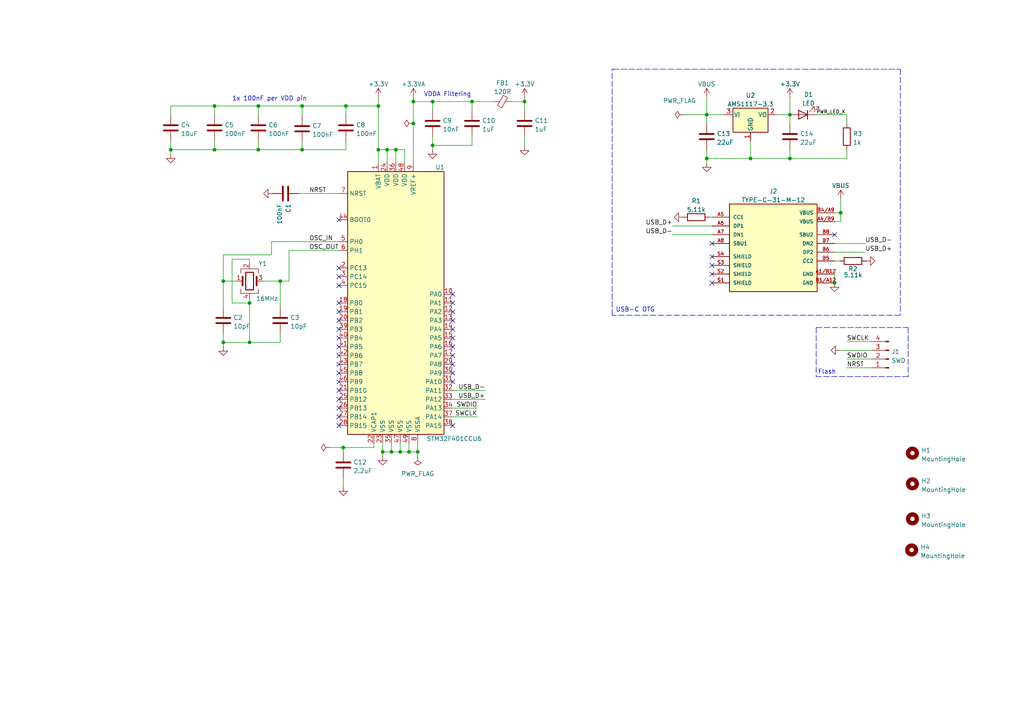
<source format=kicad_sch>
(kicad_sch (version 20211123) (generator eeschema)

  (uuid 449acbee-2eeb-4316-a8e9-c26dd430524e)

  (paper "A4")

  (lib_symbols
    (symbol "Connector:Conn_01x04_Male" (pin_names (offset 1.016) hide) (in_bom yes) (on_board yes)
      (property "Reference" "J" (id 0) (at 0 5.08 0)
        (effects (font (size 1.27 1.27)))
      )
      (property "Value" "Conn_01x04_Male" (id 1) (at 0 -7.62 0)
        (effects (font (size 1.27 1.27)))
      )
      (property "Footprint" "" (id 2) (at 0 0 0)
        (effects (font (size 1.27 1.27)) hide)
      )
      (property "Datasheet" "~" (id 3) (at 0 0 0)
        (effects (font (size 1.27 1.27)) hide)
      )
      (property "ki_keywords" "connector" (id 4) (at 0 0 0)
        (effects (font (size 1.27 1.27)) hide)
      )
      (property "ki_description" "Generic connector, single row, 01x04, script generated (kicad-library-utils/schlib/autogen/connector/)" (id 5) (at 0 0 0)
        (effects (font (size 1.27 1.27)) hide)
      )
      (property "ki_fp_filters" "Connector*:*_1x??_*" (id 6) (at 0 0 0)
        (effects (font (size 1.27 1.27)) hide)
      )
      (symbol "Conn_01x04_Male_1_1"
        (polyline
          (pts
            (xy 1.27 -5.08)
            (xy 0.8636 -5.08)
          )
          (stroke (width 0.1524) (type default) (color 0 0 0 0))
          (fill (type none))
        )
        (polyline
          (pts
            (xy 1.27 -2.54)
            (xy 0.8636 -2.54)
          )
          (stroke (width 0.1524) (type default) (color 0 0 0 0))
          (fill (type none))
        )
        (polyline
          (pts
            (xy 1.27 0)
            (xy 0.8636 0)
          )
          (stroke (width 0.1524) (type default) (color 0 0 0 0))
          (fill (type none))
        )
        (polyline
          (pts
            (xy 1.27 2.54)
            (xy 0.8636 2.54)
          )
          (stroke (width 0.1524) (type default) (color 0 0 0 0))
          (fill (type none))
        )
        (rectangle (start 0.8636 -4.953) (end 0 -5.207)
          (stroke (width 0.1524) (type default) (color 0 0 0 0))
          (fill (type outline))
        )
        (rectangle (start 0.8636 -2.413) (end 0 -2.667)
          (stroke (width 0.1524) (type default) (color 0 0 0 0))
          (fill (type outline))
        )
        (rectangle (start 0.8636 0.127) (end 0 -0.127)
          (stroke (width 0.1524) (type default) (color 0 0 0 0))
          (fill (type outline))
        )
        (rectangle (start 0.8636 2.667) (end 0 2.413)
          (stroke (width 0.1524) (type default) (color 0 0 0 0))
          (fill (type outline))
        )
        (pin passive line (at 5.08 2.54 180) (length 3.81)
          (name "Pin_1" (effects (font (size 1.27 1.27))))
          (number "1" (effects (font (size 1.27 1.27))))
        )
        (pin passive line (at 5.08 0 180) (length 3.81)
          (name "Pin_2" (effects (font (size 1.27 1.27))))
          (number "2" (effects (font (size 1.27 1.27))))
        )
        (pin passive line (at 5.08 -2.54 180) (length 3.81)
          (name "Pin_3" (effects (font (size 1.27 1.27))))
          (number "3" (effects (font (size 1.27 1.27))))
        )
        (pin passive line (at 5.08 -5.08 180) (length 3.81)
          (name "Pin_4" (effects (font (size 1.27 1.27))))
          (number "4" (effects (font (size 1.27 1.27))))
        )
      )
    )
    (symbol "Device:C" (pin_numbers hide) (pin_names (offset 0.254)) (in_bom yes) (on_board yes)
      (property "Reference" "C" (id 0) (at 0.635 2.54 0)
        (effects (font (size 1.27 1.27)) (justify left))
      )
      (property "Value" "C" (id 1) (at 0.635 -2.54 0)
        (effects (font (size 1.27 1.27)) (justify left))
      )
      (property "Footprint" "" (id 2) (at 0.9652 -3.81 0)
        (effects (font (size 1.27 1.27)) hide)
      )
      (property "Datasheet" "~" (id 3) (at 0 0 0)
        (effects (font (size 1.27 1.27)) hide)
      )
      (property "ki_keywords" "cap capacitor" (id 4) (at 0 0 0)
        (effects (font (size 1.27 1.27)) hide)
      )
      (property "ki_description" "Unpolarized capacitor" (id 5) (at 0 0 0)
        (effects (font (size 1.27 1.27)) hide)
      )
      (property "ki_fp_filters" "C_*" (id 6) (at 0 0 0)
        (effects (font (size 1.27 1.27)) hide)
      )
      (symbol "C_0_1"
        (polyline
          (pts
            (xy -2.032 -0.762)
            (xy 2.032 -0.762)
          )
          (stroke (width 0.508) (type default) (color 0 0 0 0))
          (fill (type none))
        )
        (polyline
          (pts
            (xy -2.032 0.762)
            (xy 2.032 0.762)
          )
          (stroke (width 0.508) (type default) (color 0 0 0 0))
          (fill (type none))
        )
      )
      (symbol "C_1_1"
        (pin passive line (at 0 3.81 270) (length 2.794)
          (name "~" (effects (font (size 1.27 1.27))))
          (number "1" (effects (font (size 1.27 1.27))))
        )
        (pin passive line (at 0 -3.81 90) (length 2.794)
          (name "~" (effects (font (size 1.27 1.27))))
          (number "2" (effects (font (size 1.27 1.27))))
        )
      )
    )
    (symbol "Device:Crystal_GND24" (pin_names (offset 1.016) hide) (in_bom yes) (on_board yes)
      (property "Reference" "Y" (id 0) (at 3.175 5.08 0)
        (effects (font (size 1.27 1.27)) (justify left))
      )
      (property "Value" "Crystal_GND24" (id 1) (at 3.175 3.175 0)
        (effects (font (size 1.27 1.27)) (justify left))
      )
      (property "Footprint" "" (id 2) (at 0 0 0)
        (effects (font (size 1.27 1.27)) hide)
      )
      (property "Datasheet" "~" (id 3) (at 0 0 0)
        (effects (font (size 1.27 1.27)) hide)
      )
      (property "ki_keywords" "quartz ceramic resonator oscillator" (id 4) (at 0 0 0)
        (effects (font (size 1.27 1.27)) hide)
      )
      (property "ki_description" "Four pin crystal, GND on pins 2 and 4" (id 5) (at 0 0 0)
        (effects (font (size 1.27 1.27)) hide)
      )
      (property "ki_fp_filters" "Crystal*" (id 6) (at 0 0 0)
        (effects (font (size 1.27 1.27)) hide)
      )
      (symbol "Crystal_GND24_0_1"
        (rectangle (start -1.143 2.54) (end 1.143 -2.54)
          (stroke (width 0.3048) (type default) (color 0 0 0 0))
          (fill (type none))
        )
        (polyline
          (pts
            (xy -2.54 0)
            (xy -2.032 0)
          )
          (stroke (width 0) (type default) (color 0 0 0 0))
          (fill (type none))
        )
        (polyline
          (pts
            (xy -2.032 -1.27)
            (xy -2.032 1.27)
          )
          (stroke (width 0.508) (type default) (color 0 0 0 0))
          (fill (type none))
        )
        (polyline
          (pts
            (xy 0 -3.81)
            (xy 0 -3.556)
          )
          (stroke (width 0) (type default) (color 0 0 0 0))
          (fill (type none))
        )
        (polyline
          (pts
            (xy 0 3.556)
            (xy 0 3.81)
          )
          (stroke (width 0) (type default) (color 0 0 0 0))
          (fill (type none))
        )
        (polyline
          (pts
            (xy 2.032 -1.27)
            (xy 2.032 1.27)
          )
          (stroke (width 0.508) (type default) (color 0 0 0 0))
          (fill (type none))
        )
        (polyline
          (pts
            (xy 2.032 0)
            (xy 2.54 0)
          )
          (stroke (width 0) (type default) (color 0 0 0 0))
          (fill (type none))
        )
        (polyline
          (pts
            (xy -2.54 -2.286)
            (xy -2.54 -3.556)
            (xy 2.54 -3.556)
            (xy 2.54 -2.286)
          )
          (stroke (width 0) (type default) (color 0 0 0 0))
          (fill (type none))
        )
        (polyline
          (pts
            (xy -2.54 2.286)
            (xy -2.54 3.556)
            (xy 2.54 3.556)
            (xy 2.54 2.286)
          )
          (stroke (width 0) (type default) (color 0 0 0 0))
          (fill (type none))
        )
      )
      (symbol "Crystal_GND24_1_1"
        (pin passive line (at -3.81 0 0) (length 1.27)
          (name "1" (effects (font (size 1.27 1.27))))
          (number "1" (effects (font (size 1.27 1.27))))
        )
        (pin passive line (at 0 5.08 270) (length 1.27)
          (name "2" (effects (font (size 1.27 1.27))))
          (number "2" (effects (font (size 1.27 1.27))))
        )
        (pin passive line (at 3.81 0 180) (length 1.27)
          (name "3" (effects (font (size 1.27 1.27))))
          (number "3" (effects (font (size 1.27 1.27))))
        )
        (pin passive line (at 0 -5.08 90) (length 1.27)
          (name "4" (effects (font (size 1.27 1.27))))
          (number "4" (effects (font (size 1.27 1.27))))
        )
      )
    )
    (symbol "Device:FerriteBead_Small" (pin_numbers hide) (pin_names (offset 0)) (in_bom yes) (on_board yes)
      (property "Reference" "FB" (id 0) (at 1.905 1.27 0)
        (effects (font (size 1.27 1.27)) (justify left))
      )
      (property "Value" "FerriteBead_Small" (id 1) (at 1.905 -1.27 0)
        (effects (font (size 1.27 1.27)) (justify left))
      )
      (property "Footprint" "" (id 2) (at -1.778 0 90)
        (effects (font (size 1.27 1.27)) hide)
      )
      (property "Datasheet" "~" (id 3) (at 0 0 0)
        (effects (font (size 1.27 1.27)) hide)
      )
      (property "ki_keywords" "L ferrite bead inductor filter" (id 4) (at 0 0 0)
        (effects (font (size 1.27 1.27)) hide)
      )
      (property "ki_description" "Ferrite bead, small symbol" (id 5) (at 0 0 0)
        (effects (font (size 1.27 1.27)) hide)
      )
      (property "ki_fp_filters" "Inductor_* L_* *Ferrite*" (id 6) (at 0 0 0)
        (effects (font (size 1.27 1.27)) hide)
      )
      (symbol "FerriteBead_Small_0_1"
        (polyline
          (pts
            (xy 0 -1.27)
            (xy 0 -0.7874)
          )
          (stroke (width 0) (type default) (color 0 0 0 0))
          (fill (type none))
        )
        (polyline
          (pts
            (xy 0 0.889)
            (xy 0 1.2954)
          )
          (stroke (width 0) (type default) (color 0 0 0 0))
          (fill (type none))
        )
        (polyline
          (pts
            (xy -1.8288 0.2794)
            (xy -1.1176 1.4986)
            (xy 1.8288 -0.2032)
            (xy 1.1176 -1.4224)
            (xy -1.8288 0.2794)
          )
          (stroke (width 0) (type default) (color 0 0 0 0))
          (fill (type none))
        )
      )
      (symbol "FerriteBead_Small_1_1"
        (pin passive line (at 0 2.54 270) (length 1.27)
          (name "~" (effects (font (size 1.27 1.27))))
          (number "1" (effects (font (size 1.27 1.27))))
        )
        (pin passive line (at 0 -2.54 90) (length 1.27)
          (name "~" (effects (font (size 1.27 1.27))))
          (number "2" (effects (font (size 1.27 1.27))))
        )
      )
    )
    (symbol "Device:LED" (pin_numbers hide) (pin_names (offset 1.016) hide) (in_bom yes) (on_board yes)
      (property "Reference" "D" (id 0) (at 0 2.54 0)
        (effects (font (size 1.27 1.27)))
      )
      (property "Value" "LED" (id 1) (at 0 -2.54 0)
        (effects (font (size 1.27 1.27)))
      )
      (property "Footprint" "" (id 2) (at 0 0 0)
        (effects (font (size 1.27 1.27)) hide)
      )
      (property "Datasheet" "~" (id 3) (at 0 0 0)
        (effects (font (size 1.27 1.27)) hide)
      )
      (property "ki_keywords" "LED diode" (id 4) (at 0 0 0)
        (effects (font (size 1.27 1.27)) hide)
      )
      (property "ki_description" "Light emitting diode" (id 5) (at 0 0 0)
        (effects (font (size 1.27 1.27)) hide)
      )
      (property "ki_fp_filters" "LED* LED_SMD:* LED_THT:*" (id 6) (at 0 0 0)
        (effects (font (size 1.27 1.27)) hide)
      )
      (symbol "LED_0_1"
        (polyline
          (pts
            (xy -1.27 -1.27)
            (xy -1.27 1.27)
          )
          (stroke (width 0.254) (type default) (color 0 0 0 0))
          (fill (type none))
        )
        (polyline
          (pts
            (xy -1.27 0)
            (xy 1.27 0)
          )
          (stroke (width 0) (type default) (color 0 0 0 0))
          (fill (type none))
        )
        (polyline
          (pts
            (xy 1.27 -1.27)
            (xy 1.27 1.27)
            (xy -1.27 0)
            (xy 1.27 -1.27)
          )
          (stroke (width 0.254) (type default) (color 0 0 0 0))
          (fill (type none))
        )
        (polyline
          (pts
            (xy -3.048 -0.762)
            (xy -4.572 -2.286)
            (xy -3.81 -2.286)
            (xy -4.572 -2.286)
            (xy -4.572 -1.524)
          )
          (stroke (width 0) (type default) (color 0 0 0 0))
          (fill (type none))
        )
        (polyline
          (pts
            (xy -1.778 -0.762)
            (xy -3.302 -2.286)
            (xy -2.54 -2.286)
            (xy -3.302 -2.286)
            (xy -3.302 -1.524)
          )
          (stroke (width 0) (type default) (color 0 0 0 0))
          (fill (type none))
        )
      )
      (symbol "LED_1_1"
        (pin passive line (at -3.81 0 0) (length 2.54)
          (name "K" (effects (font (size 1.27 1.27))))
          (number "1" (effects (font (size 1.27 1.27))))
        )
        (pin passive line (at 3.81 0 180) (length 2.54)
          (name "A" (effects (font (size 1.27 1.27))))
          (number "2" (effects (font (size 1.27 1.27))))
        )
      )
    )
    (symbol "Device:R" (pin_numbers hide) (pin_names (offset 0)) (in_bom yes) (on_board yes)
      (property "Reference" "R" (id 0) (at 2.032 0 90)
        (effects (font (size 1.27 1.27)))
      )
      (property "Value" "R" (id 1) (at 0 0 90)
        (effects (font (size 1.27 1.27)))
      )
      (property "Footprint" "" (id 2) (at -1.778 0 90)
        (effects (font (size 1.27 1.27)) hide)
      )
      (property "Datasheet" "~" (id 3) (at 0 0 0)
        (effects (font (size 1.27 1.27)) hide)
      )
      (property "ki_keywords" "R res resistor" (id 4) (at 0 0 0)
        (effects (font (size 1.27 1.27)) hide)
      )
      (property "ki_description" "Resistor" (id 5) (at 0 0 0)
        (effects (font (size 1.27 1.27)) hide)
      )
      (property "ki_fp_filters" "R_*" (id 6) (at 0 0 0)
        (effects (font (size 1.27 1.27)) hide)
      )
      (symbol "R_0_1"
        (rectangle (start -1.016 -2.54) (end 1.016 2.54)
          (stroke (width 0.254) (type default) (color 0 0 0 0))
          (fill (type none))
        )
      )
      (symbol "R_1_1"
        (pin passive line (at 0 3.81 270) (length 1.27)
          (name "~" (effects (font (size 1.27 1.27))))
          (number "1" (effects (font (size 1.27 1.27))))
        )
        (pin passive line (at 0 -3.81 90) (length 1.27)
          (name "~" (effects (font (size 1.27 1.27))))
          (number "2" (effects (font (size 1.27 1.27))))
        )
      )
    )
    (symbol "MCU_ST_STM32F4:STM32F401CCUx" (in_bom yes) (on_board yes)
      (property "Reference" "U?" (id 0) (at 10.16 39.37 0)
        (effects (font (size 1.27 1.27)) (justify left))
      )
      (property "Value" "STM32F401CCU6" (id 1) (at 7.62 -39.37 0)
        (effects (font (size 1.27 1.27)) (justify left))
      )
      (property "Footprint" "Package_DFN_QFN:QFN-48-1EP_7x7mm_P0.5mm_EP5.6x5.6mm" (id 2) (at -15.24 -38.1 0)
        (effects (font (size 1.27 1.27)) (justify right) hide)
      )
      (property "Datasheet" "http://www.st.com/st-web-ui/static/active/en/resource/technical/document/datasheet/DM00086815.pdf" (id 3) (at 0 0 0)
        (effects (font (size 1.27 1.27)) hide)
      )
      (property "ki_keywords" "ARM Cortex-M4 STM32F4 STM32F401" (id 4) (at 0 0 0)
        (effects (font (size 1.27 1.27)) hide)
      )
      (property "ki_description" "ARM Cortex-M4 MCU, 256KB flash, 64KB RAM, 84MHz, 1.7-3.6V, 36 GPIO, UFQFPN-48" (id 5) (at 0 0 0)
        (effects (font (size 1.27 1.27)) hide)
      )
      (property "ki_fp_filters" "QFN*1EP*7x7mm*P0.5mm*" (id 6) (at 0 0 0)
        (effects (font (size 1.27 1.27)) hide)
      )
      (symbol "STM32F401CCUx_0_1"
        (rectangle (start -15.24 -38.1) (end 12.7 38.1)
          (stroke (width 0.254) (type default) (color 0 0 0 0))
          (fill (type background))
        )
      )
      (symbol "STM32F401CCUx_1_1"
        (pin power_in line (at -6.35 40.64 270) (length 2.54)
          (name "VBAT" (effects (font (size 1.27 1.27))))
          (number "1" (effects (font (size 1.27 1.27))))
        )
        (pin bidirectional line (at 15.24 2.54 180) (length 2.54)
          (name "PA0" (effects (font (size 1.27 1.27))))
          (number "10" (effects (font (size 1.27 1.27))))
        )
        (pin bidirectional line (at 15.24 0 180) (length 2.54)
          (name "PA1" (effects (font (size 1.27 1.27))))
          (number "11" (effects (font (size 1.27 1.27))))
        )
        (pin bidirectional line (at 15.24 -2.54 180) (length 2.54)
          (name "PA2" (effects (font (size 1.27 1.27))))
          (number "12" (effects (font (size 1.27 1.27))))
        )
        (pin bidirectional line (at 15.24 -5.08 180) (length 2.54)
          (name "PA3" (effects (font (size 1.27 1.27))))
          (number "13" (effects (font (size 1.27 1.27))))
        )
        (pin bidirectional line (at 15.24 -7.62 180) (length 2.54)
          (name "PA4" (effects (font (size 1.27 1.27))))
          (number "14" (effects (font (size 1.27 1.27))))
        )
        (pin bidirectional line (at 15.24 -10.16 180) (length 2.54)
          (name "PA5" (effects (font (size 1.27 1.27))))
          (number "15" (effects (font (size 1.27 1.27))))
        )
        (pin bidirectional line (at 15.24 -12.7 180) (length 2.54)
          (name "PA6" (effects (font (size 1.27 1.27))))
          (number "16" (effects (font (size 1.27 1.27))))
        )
        (pin bidirectional line (at 15.24 -15.24 180) (length 2.54)
          (name "PA7" (effects (font (size 1.27 1.27))))
          (number "17" (effects (font (size 1.27 1.27))))
        )
        (pin bidirectional line (at -17.78 0 0) (length 2.54)
          (name "PB0" (effects (font (size 1.27 1.27))))
          (number "18" (effects (font (size 1.27 1.27))))
        )
        (pin bidirectional line (at -17.78 -2.54 0) (length 2.54)
          (name "PB1" (effects (font (size 1.27 1.27))))
          (number "19" (effects (font (size 1.27 1.27))))
        )
        (pin bidirectional line (at -17.78 10.16 0) (length 2.54)
          (name "PC13" (effects (font (size 1.27 1.27))))
          (number "2" (effects (font (size 1.27 1.27))))
        )
        (pin bidirectional line (at -17.78 -5.08 0) (length 2.54)
          (name "PB2" (effects (font (size 1.27 1.27))))
          (number "20" (effects (font (size 1.27 1.27))))
        )
        (pin bidirectional line (at -17.78 -25.4 0) (length 2.54)
          (name "PB10" (effects (font (size 1.27 1.27))))
          (number "21" (effects (font (size 1.27 1.27))))
        )
        (pin power_in line (at -7.62 -40.64 90) (length 2.54)
          (name "VCAP1" (effects (font (size 1.27 1.27))))
          (number "22" (effects (font (size 1.27 1.27))))
        )
        (pin power_in line (at -5.08 -40.64 90) (length 2.54)
          (name "VSS" (effects (font (size 1.27 1.27))))
          (number "23" (effects (font (size 1.27 1.27))))
        )
        (pin power_in line (at -3.81 40.64 270) (length 2.54)
          (name "VDD" (effects (font (size 1.27 1.27))))
          (number "24" (effects (font (size 1.27 1.27))))
        )
        (pin bidirectional line (at -17.78 -27.94 0) (length 2.54)
          (name "PB12" (effects (font (size 1.27 1.27))))
          (number "25" (effects (font (size 1.27 1.27))))
        )
        (pin bidirectional line (at -17.78 -30.48 0) (length 2.54)
          (name "PB13" (effects (font (size 1.27 1.27))))
          (number "26" (effects (font (size 1.27 1.27))))
        )
        (pin bidirectional line (at -17.78 -33.02 0) (length 2.54)
          (name "PB14" (effects (font (size 1.27 1.27))))
          (number "27" (effects (font (size 1.27 1.27))))
        )
        (pin bidirectional line (at -17.78 -35.56 0) (length 2.54)
          (name "PB15" (effects (font (size 1.27 1.27))))
          (number "28" (effects (font (size 1.27 1.27))))
        )
        (pin bidirectional line (at 15.24 -17.78 180) (length 2.54)
          (name "PA8" (effects (font (size 1.27 1.27))))
          (number "29" (effects (font (size 1.27 1.27))))
        )
        (pin bidirectional line (at -17.78 7.62 0) (length 2.54)
          (name "PC14" (effects (font (size 1.27 1.27))))
          (number "3" (effects (font (size 1.27 1.27))))
        )
        (pin bidirectional line (at 15.24 -20.32 180) (length 2.54)
          (name "PA9" (effects (font (size 1.27 1.27))))
          (number "30" (effects (font (size 1.27 1.27))))
        )
        (pin bidirectional line (at 15.24 -22.86 180) (length 2.54)
          (name "PA10" (effects (font (size 1.27 1.27))))
          (number "31" (effects (font (size 1.27 1.27))))
        )
        (pin bidirectional line (at 15.24 -25.4 180) (length 2.54)
          (name "PA11" (effects (font (size 1.27 1.27))))
          (number "32" (effects (font (size 1.27 1.27))))
        )
        (pin bidirectional line (at 15.24 -27.94 180) (length 2.54)
          (name "PA12" (effects (font (size 1.27 1.27))))
          (number "33" (effects (font (size 1.27 1.27))))
        )
        (pin bidirectional line (at 15.24 -30.48 180) (length 2.54)
          (name "PA13" (effects (font (size 1.27 1.27))))
          (number "34" (effects (font (size 1.27 1.27))))
        )
        (pin power_in line (at -2.54 -40.64 90) (length 2.54)
          (name "VSS" (effects (font (size 1.27 1.27))))
          (number "35" (effects (font (size 1.27 1.27))))
        )
        (pin power_in line (at -1.27 40.64 270) (length 2.54)
          (name "VDD" (effects (font (size 1.27 1.27))))
          (number "36" (effects (font (size 1.27 1.27))))
        )
        (pin bidirectional line (at 15.24 -33.02 180) (length 2.54)
          (name "PA14" (effects (font (size 1.27 1.27))))
          (number "37" (effects (font (size 1.27 1.27))))
        )
        (pin bidirectional line (at 15.24 -35.56 180) (length 2.54)
          (name "PA15" (effects (font (size 1.27 1.27))))
          (number "38" (effects (font (size 1.27 1.27))))
        )
        (pin bidirectional line (at -17.78 -7.62 0) (length 2.54)
          (name "PB3" (effects (font (size 1.27 1.27))))
          (number "39" (effects (font (size 1.27 1.27))))
        )
        (pin bidirectional line (at -17.78 5.08 0) (length 2.54)
          (name "PC15" (effects (font (size 1.27 1.27))))
          (number "4" (effects (font (size 1.27 1.27))))
        )
        (pin bidirectional line (at -17.78 -10.16 0) (length 2.54)
          (name "PB4" (effects (font (size 1.27 1.27))))
          (number "40" (effects (font (size 1.27 1.27))))
        )
        (pin bidirectional line (at -17.78 -12.7 0) (length 2.54)
          (name "PB5" (effects (font (size 1.27 1.27))))
          (number "41" (effects (font (size 1.27 1.27))))
        )
        (pin bidirectional line (at -17.78 -15.24 0) (length 2.54)
          (name "PB6" (effects (font (size 1.27 1.27))))
          (number "42" (effects (font (size 1.27 1.27))))
        )
        (pin bidirectional line (at -17.78 -17.78 0) (length 2.54)
          (name "PB7" (effects (font (size 1.27 1.27))))
          (number "43" (effects (font (size 1.27 1.27))))
        )
        (pin input line (at -17.78 24.13 0) (length 2.54)
          (name "BOOT0" (effects (font (size 1.27 1.27))))
          (number "44" (effects (font (size 1.27 1.27))))
        )
        (pin bidirectional line (at -17.78 -20.32 0) (length 2.54)
          (name "PB8" (effects (font (size 1.27 1.27))))
          (number "45" (effects (font (size 1.27 1.27))))
        )
        (pin bidirectional line (at -17.78 -22.86 0) (length 2.54)
          (name "PB9" (effects (font (size 1.27 1.27))))
          (number "46" (effects (font (size 1.27 1.27))))
        )
        (pin power_in line (at 0 -40.64 90) (length 2.54)
          (name "VSS" (effects (font (size 1.27 1.27))))
          (number "47" (effects (font (size 1.27 1.27))))
        )
        (pin power_in line (at 1.27 40.64 270) (length 2.54)
          (name "VDD" (effects (font (size 1.27 1.27))))
          (number "48" (effects (font (size 1.27 1.27))))
        )
        (pin power_in line (at 2.54 -40.64 90) (length 2.54)
          (name "VSS" (effects (font (size 1.27 1.27))))
          (number "49" (effects (font (size 1.27 1.27))))
        )
        (pin input line (at -17.78 17.78 0) (length 2.54)
          (name "PH0" (effects (font (size 1.27 1.27))))
          (number "5" (effects (font (size 1.27 1.27))))
        )
        (pin input line (at -17.78 15.24 0) (length 2.54)
          (name "PH1" (effects (font (size 1.27 1.27))))
          (number "6" (effects (font (size 1.27 1.27))))
        )
        (pin input line (at -17.78 31.75 0) (length 2.54)
          (name "NRST" (effects (font (size 1.27 1.27))))
          (number "7" (effects (font (size 1.27 1.27))))
        )
        (pin power_in line (at 5.08 -40.64 90) (length 2.54)
          (name "VSSA" (effects (font (size 1.27 1.27))))
          (number "8" (effects (font (size 1.27 1.27))))
        )
        (pin power_in line (at 3.81 40.64 270) (length 2.54)
          (name "VREF+" (effects (font (size 1.27 1.27))))
          (number "9" (effects (font (size 1.27 1.27))))
        )
      )
    )
    (symbol "Mechanical:MountingHole" (pin_names (offset 1.016)) (in_bom yes) (on_board yes)
      (property "Reference" "H" (id 0) (at 0 5.08 0)
        (effects (font (size 1.27 1.27)))
      )
      (property "Value" "MountingHole" (id 1) (at 0 3.175 0)
        (effects (font (size 1.27 1.27)))
      )
      (property "Footprint" "" (id 2) (at 0 0 0)
        (effects (font (size 1.27 1.27)) hide)
      )
      (property "Datasheet" "~" (id 3) (at 0 0 0)
        (effects (font (size 1.27 1.27)) hide)
      )
      (property "ki_keywords" "mounting hole" (id 4) (at 0 0 0)
        (effects (font (size 1.27 1.27)) hide)
      )
      (property "ki_description" "Mounting Hole without connection" (id 5) (at 0 0 0)
        (effects (font (size 1.27 1.27)) hide)
      )
      (property "ki_fp_filters" "MountingHole*" (id 6) (at 0 0 0)
        (effects (font (size 1.27 1.27)) hide)
      )
      (symbol "MountingHole_0_1"
        (circle (center 0 0) (radius 1.27)
          (stroke (width 1.27) (type default) (color 0 0 0 0))
          (fill (type none))
        )
      )
    )
    (symbol "Regulator_Linear:AMS1117-3.3" (pin_names (offset 0.254)) (in_bom yes) (on_board yes)
      (property "Reference" "U" (id 0) (at -3.81 3.175 0)
        (effects (font (size 1.27 1.27)))
      )
      (property "Value" "AMS1117-3.3" (id 1) (at 0 3.175 0)
        (effects (font (size 1.27 1.27)) (justify left))
      )
      (property "Footprint" "Package_TO_SOT_SMD:SOT-223-3_TabPin2" (id 2) (at 0 5.08 0)
        (effects (font (size 1.27 1.27)) hide)
      )
      (property "Datasheet" "http://www.advanced-monolithic.com/pdf/ds1117.pdf" (id 3) (at 2.54 -6.35 0)
        (effects (font (size 1.27 1.27)) hide)
      )
      (property "ki_keywords" "linear regulator ldo fixed positive" (id 4) (at 0 0 0)
        (effects (font (size 1.27 1.27)) hide)
      )
      (property "ki_description" "1A Low Dropout regulator, positive, 3.3V fixed output, SOT-223" (id 5) (at 0 0 0)
        (effects (font (size 1.27 1.27)) hide)
      )
      (property "ki_fp_filters" "SOT?223*TabPin2*" (id 6) (at 0 0 0)
        (effects (font (size 1.27 1.27)) hide)
      )
      (symbol "AMS1117-3.3_0_1"
        (rectangle (start -5.08 -5.08) (end 5.08 1.905)
          (stroke (width 0.254) (type default) (color 0 0 0 0))
          (fill (type background))
        )
      )
      (symbol "AMS1117-3.3_1_1"
        (pin power_in line (at 0 -7.62 90) (length 2.54)
          (name "GND" (effects (font (size 1.27 1.27))))
          (number "1" (effects (font (size 1.27 1.27))))
        )
        (pin power_out line (at 7.62 0 180) (length 2.54)
          (name "VO" (effects (font (size 1.27 1.27))))
          (number "2" (effects (font (size 1.27 1.27))))
        )
        (pin power_in line (at -7.62 0 0) (length 2.54)
          (name "VI" (effects (font (size 1.27 1.27))))
          (number "3" (effects (font (size 1.27 1.27))))
        )
      )
    )
    (symbol "TYPE-C-31-M-12:TYPE-C-31-M-12" (pin_names (offset 1.016)) (in_bom yes) (on_board yes)
      (property "Reference" "J3" (id 0) (at 0 16.3998 0)
        (effects (font (size 1.27 1.27)))
      )
      (property "Value" "TYPE-C-31-M-12" (id 1) (at 0 13.8629 0)
        (effects (font (size 1.27 1.27)))
      )
      (property "Footprint" "HRO_TYPE-C-31-M-12" (id 2) (at -20.32 22.86 0)
        (effects (font (size 1.27 1.27)) (justify left bottom) hide)
      )
      (property "Datasheet" "" (id 3) (at 0 0 0)
        (effects (font (size 1.27 1.27)) (justify left bottom) hide)
      )
      (property "SNAPEDA_PN" "TYPE-C-31-M-12" (id 4) (at 6.35 20.32 0)
        (effects (font (size 1.27 1.27)) (justify left bottom) hide)
      )
      (property "MAXIMUM_PACKAGE_HEIGHT" "3.26 mm" (id 5) (at -20.32 17.78 0)
        (effects (font (size 1.27 1.27)) (justify left bottom) hide)
      )
      (property "MANUFACTURER" "HRO Electronics Co., Ltd." (id 6) (at 6.35 17.78 0)
        (effects (font (size 1.27 1.27)) (justify left bottom) hide)
      )
      (property "PARTREV" "2020.12.08" (id 7) (at -20.32 20.32 0)
        (effects (font (size 1.27 1.27)) (justify left bottom) hide)
      )
      (property "STANDARD" "Manufacturer Recommendations" (id 8) (at 6.35 22.86 0)
        (effects (font (size 1.27 1.27)) (justify left bottom) hide)
      )
      (property "ki_locked" "" (id 9) (at 0 0 0)
        (effects (font (size 1.27 1.27)))
      )
      (symbol "TYPE-C-31-M-12_0_0"
        (rectangle (start -12.7 -12.7) (end 12.7 12.7)
          (stroke (width 0.254) (type default) (color 0 0 0 0))
          (fill (type background))
        )
        (pin power_in line (at 17.78 -7.62 180) (length 5.08)
          (name "GND" (effects (font (size 1.016 1.016))))
          (number "A1/B12" (effects (font (size 1.016 1.016))))
        )
        (pin power_in line (at 17.78 7.62 180) (length 5.08)
          (name "VBUS" (effects (font (size 1.016 1.016))))
          (number "A4/B9" (effects (font (size 1.016 1.016))))
        )
        (pin bidirectional line (at -17.78 8.89 0) (length 5.08)
          (name "CC1" (effects (font (size 1.016 1.016))))
          (number "A5" (effects (font (size 1.016 1.016))))
        )
        (pin bidirectional line (at -17.78 6.35 0) (length 5.08)
          (name "DP1" (effects (font (size 1.016 1.016))))
          (number "A6" (effects (font (size 1.016 1.016))))
        )
        (pin bidirectional line (at -17.78 3.81 0) (length 5.08)
          (name "DN1" (effects (font (size 1.016 1.016))))
          (number "A7" (effects (font (size 1.016 1.016))))
        )
        (pin bidirectional line (at -17.78 1.27 0) (length 5.08)
          (name "SBU1" (effects (font (size 1.016 1.016))))
          (number "A8" (effects (font (size 1.016 1.016))))
        )
        (pin power_in line (at 17.78 -10.16 180) (length 5.08)
          (name "GND" (effects (font (size 1.016 1.016))))
          (number "B1/A12" (effects (font (size 1.016 1.016))))
        )
        (pin power_in line (at 17.78 10.16 180) (length 5.08)
          (name "VBUS" (effects (font (size 1.016 1.016))))
          (number "B4/A9" (effects (font (size 1.016 1.016))))
        )
        (pin bidirectional line (at 17.78 -3.81 180) (length 5.08)
          (name "CC2" (effects (font (size 1.016 1.016))))
          (number "B5" (effects (font (size 1.016 1.016))))
        )
        (pin bidirectional line (at 17.78 -1.27 180) (length 5.08)
          (name "DP2" (effects (font (size 1.016 1.016))))
          (number "B6" (effects (font (size 1.016 1.016))))
        )
        (pin bidirectional line (at 17.78 1.27 180) (length 5.08)
          (name "DN2" (effects (font (size 1.016 1.016))))
          (number "B7" (effects (font (size 1.016 1.016))))
        )
        (pin bidirectional line (at 17.78 3.81 180) (length 5.08)
          (name "SBU2" (effects (font (size 1.016 1.016))))
          (number "B8" (effects (font (size 1.016 1.016))))
        )
        (pin passive line (at -17.78 -10.16 0) (length 5.08)
          (name "SHIELD" (effects (font (size 1.016 1.016))))
          (number "S1" (effects (font (size 1.016 1.016))))
        )
        (pin passive line (at -17.78 -7.62 0) (length 5.08)
          (name "SHIELD" (effects (font (size 1.016 1.016))))
          (number "S2" (effects (font (size 1.016 1.016))))
        )
        (pin passive line (at -17.78 -5.08 0) (length 5.08)
          (name "SHIELD" (effects (font (size 1.016 1.016))))
          (number "S3" (effects (font (size 1.016 1.016))))
        )
        (pin passive line (at -17.78 -2.54 0) (length 5.08)
          (name "SHIELD" (effects (font (size 1.016 1.016))))
          (number "S4" (effects (font (size 1.016 1.016))))
        )
      )
    )
    (symbol "power:+3.3V" (power) (pin_names (offset 0)) (in_bom yes) (on_board yes)
      (property "Reference" "#PWR" (id 0) (at 0 -3.81 0)
        (effects (font (size 1.27 1.27)) hide)
      )
      (property "Value" "+3.3V" (id 1) (at 0 3.556 0)
        (effects (font (size 1.27 1.27)))
      )
      (property "Footprint" "" (id 2) (at 0 0 0)
        (effects (font (size 1.27 1.27)) hide)
      )
      (property "Datasheet" "" (id 3) (at 0 0 0)
        (effects (font (size 1.27 1.27)) hide)
      )
      (property "ki_keywords" "power-flag" (id 4) (at 0 0 0)
        (effects (font (size 1.27 1.27)) hide)
      )
      (property "ki_description" "Power symbol creates a global label with name \"+3.3V\"" (id 5) (at 0 0 0)
        (effects (font (size 1.27 1.27)) hide)
      )
      (symbol "+3.3V_0_1"
        (polyline
          (pts
            (xy -0.762 1.27)
            (xy 0 2.54)
          )
          (stroke (width 0) (type default) (color 0 0 0 0))
          (fill (type none))
        )
        (polyline
          (pts
            (xy 0 0)
            (xy 0 2.54)
          )
          (stroke (width 0) (type default) (color 0 0 0 0))
          (fill (type none))
        )
        (polyline
          (pts
            (xy 0 2.54)
            (xy 0.762 1.27)
          )
          (stroke (width 0) (type default) (color 0 0 0 0))
          (fill (type none))
        )
      )
      (symbol "+3.3V_1_1"
        (pin power_in line (at 0 0 90) (length 0) hide
          (name "+3.3V" (effects (font (size 1.27 1.27))))
          (number "1" (effects (font (size 1.27 1.27))))
        )
      )
    )
    (symbol "power:+3.3VA" (power) (pin_names (offset 0)) (in_bom yes) (on_board yes)
      (property "Reference" "#PWR" (id 0) (at 0 -3.81 0)
        (effects (font (size 1.27 1.27)) hide)
      )
      (property "Value" "+3.3VA" (id 1) (at 0 3.556 0)
        (effects (font (size 1.27 1.27)))
      )
      (property "Footprint" "" (id 2) (at 0 0 0)
        (effects (font (size 1.27 1.27)) hide)
      )
      (property "Datasheet" "" (id 3) (at 0 0 0)
        (effects (font (size 1.27 1.27)) hide)
      )
      (property "ki_keywords" "power-flag" (id 4) (at 0 0 0)
        (effects (font (size 1.27 1.27)) hide)
      )
      (property "ki_description" "Power symbol creates a global label with name \"+3.3VA\"" (id 5) (at 0 0 0)
        (effects (font (size 1.27 1.27)) hide)
      )
      (symbol "+3.3VA_0_1"
        (polyline
          (pts
            (xy -0.762 1.27)
            (xy 0 2.54)
          )
          (stroke (width 0) (type default) (color 0 0 0 0))
          (fill (type none))
        )
        (polyline
          (pts
            (xy 0 0)
            (xy 0 2.54)
          )
          (stroke (width 0) (type default) (color 0 0 0 0))
          (fill (type none))
        )
        (polyline
          (pts
            (xy 0 2.54)
            (xy 0.762 1.27)
          )
          (stroke (width 0) (type default) (color 0 0 0 0))
          (fill (type none))
        )
      )
      (symbol "+3.3VA_1_1"
        (pin power_in line (at 0 0 90) (length 0) hide
          (name "+3.3VA" (effects (font (size 1.27 1.27))))
          (number "1" (effects (font (size 1.27 1.27))))
        )
      )
    )
    (symbol "power:GND" (power) (pin_names (offset 0)) (in_bom yes) (on_board yes)
      (property "Reference" "#PWR" (id 0) (at 0 -6.35 0)
        (effects (font (size 1.27 1.27)) hide)
      )
      (property "Value" "GND" (id 1) (at 0 -3.81 0)
        (effects (font (size 1.27 1.27)))
      )
      (property "Footprint" "" (id 2) (at 0 0 0)
        (effects (font (size 1.27 1.27)) hide)
      )
      (property "Datasheet" "" (id 3) (at 0 0 0)
        (effects (font (size 1.27 1.27)) hide)
      )
      (property "ki_keywords" "power-flag" (id 4) (at 0 0 0)
        (effects (font (size 1.27 1.27)) hide)
      )
      (property "ki_description" "Power symbol creates a global label with name \"GND\" , ground" (id 5) (at 0 0 0)
        (effects (font (size 1.27 1.27)) hide)
      )
      (symbol "GND_0_1"
        (polyline
          (pts
            (xy 0 0)
            (xy 0 -1.27)
            (xy 1.27 -1.27)
            (xy 0 -2.54)
            (xy -1.27 -1.27)
            (xy 0 -1.27)
          )
          (stroke (width 0) (type default) (color 0 0 0 0))
          (fill (type none))
        )
      )
      (symbol "GND_1_1"
        (pin power_in line (at 0 0 270) (length 0) hide
          (name "GND" (effects (font (size 1.27 1.27))))
          (number "1" (effects (font (size 1.27 1.27))))
        )
      )
    )
    (symbol "power:PWR_FLAG" (power) (pin_numbers hide) (pin_names (offset 0) hide) (in_bom yes) (on_board yes)
      (property "Reference" "#FLG" (id 0) (at 0 1.905 0)
        (effects (font (size 1.27 1.27)) hide)
      )
      (property "Value" "PWR_FLAG" (id 1) (at 0 3.81 0)
        (effects (font (size 1.27 1.27)))
      )
      (property "Footprint" "" (id 2) (at 0 0 0)
        (effects (font (size 1.27 1.27)) hide)
      )
      (property "Datasheet" "~" (id 3) (at 0 0 0)
        (effects (font (size 1.27 1.27)) hide)
      )
      (property "ki_keywords" "power-flag" (id 4) (at 0 0 0)
        (effects (font (size 1.27 1.27)) hide)
      )
      (property "ki_description" "Special symbol for telling ERC where power comes from" (id 5) (at 0 0 0)
        (effects (font (size 1.27 1.27)) hide)
      )
      (symbol "PWR_FLAG_0_0"
        (pin power_out line (at 0 0 90) (length 0)
          (name "pwr" (effects (font (size 1.27 1.27))))
          (number "1" (effects (font (size 1.27 1.27))))
        )
      )
      (symbol "PWR_FLAG_0_1"
        (polyline
          (pts
            (xy 0 0)
            (xy 0 1.27)
            (xy -1.016 1.905)
            (xy 0 2.54)
            (xy 1.016 1.905)
            (xy 0 1.27)
          )
          (stroke (width 0) (type default) (color 0 0 0 0))
          (fill (type none))
        )
      )
    )
    (symbol "power:VBUS" (power) (pin_names (offset 0)) (in_bom yes) (on_board yes)
      (property "Reference" "#PWR" (id 0) (at 0 -3.81 0)
        (effects (font (size 1.27 1.27)) hide)
      )
      (property "Value" "VBUS" (id 1) (at 0 3.81 0)
        (effects (font (size 1.27 1.27)))
      )
      (property "Footprint" "" (id 2) (at 0 0 0)
        (effects (font (size 1.27 1.27)) hide)
      )
      (property "Datasheet" "" (id 3) (at 0 0 0)
        (effects (font (size 1.27 1.27)) hide)
      )
      (property "ki_keywords" "power-flag" (id 4) (at 0 0 0)
        (effects (font (size 1.27 1.27)) hide)
      )
      (property "ki_description" "Power symbol creates a global label with name \"VBUS\"" (id 5) (at 0 0 0)
        (effects (font (size 1.27 1.27)) hide)
      )
      (symbol "VBUS_0_1"
        (polyline
          (pts
            (xy -0.762 1.27)
            (xy 0 2.54)
          )
          (stroke (width 0) (type default) (color 0 0 0 0))
          (fill (type none))
        )
        (polyline
          (pts
            (xy 0 0)
            (xy 0 2.54)
          )
          (stroke (width 0) (type default) (color 0 0 0 0))
          (fill (type none))
        )
        (polyline
          (pts
            (xy 0 2.54)
            (xy 0.762 1.27)
          )
          (stroke (width 0) (type default) (color 0 0 0 0))
          (fill (type none))
        )
      )
      (symbol "VBUS_1_1"
        (pin power_in line (at 0 0 90) (length 0) hide
          (name "VBUS" (effects (font (size 1.27 1.27))))
          (number "1" (effects (font (size 1.27 1.27))))
        )
      )
    )
  )

  (junction (at 99.568 129.794) (diameter 0) (color 0 0 0 0)
    (uuid 0dbfc1f4-6c27-4425-8fd6-73f82e3f326e)
  )
  (junction (at 74.93 30.734) (diameter 0) (color 0 0 0 0)
    (uuid 10bbead7-a563-4ddd-83ae-a960fd571e95)
  )
  (junction (at 110.998 131.064) (diameter 0) (color 0 0 0 0)
    (uuid 12e19aa1-9233-4383-99dd-2c01482772af)
  )
  (junction (at 229.108 45.974) (diameter 0) (color 0 0 0 0)
    (uuid 1bf24ef5-324a-4f24-b924-2274cd479717)
  )
  (junction (at 243.84 61.722) (diameter 0) (color 0 0 0 0)
    (uuid 2db4ae9e-0656-4fbb-b1df-78182e354fcb)
  )
  (junction (at 72.39 87.884) (diameter 0) (color 0 0 0 0)
    (uuid 363da38b-9c57-41f4-967b-885af8980de8)
  )
  (junction (at 81.28 81.534) (diameter 0) (color 0 0 0 0)
    (uuid 41a58bdf-6e9d-4d8d-b9c6-503c4303ff8a)
  )
  (junction (at 74.93 43.434) (diameter 0) (color 0 0 0 0)
    (uuid 41b73b9f-e129-4974-8d2d-e9e281c58a69)
  )
  (junction (at 64.77 99.314) (diameter 0) (color 0 0 0 0)
    (uuid 56da4923-9d23-4cc6-b7ba-2160a28172b1)
  )
  (junction (at 136.906 29.464) (diameter 0) (color 0 0 0 0)
    (uuid 68ff2e8a-8b49-4759-b22d-445e9f4efab7)
  )
  (junction (at 64.77 81.534) (diameter 0) (color 0 0 0 0)
    (uuid 6a5e82fc-854f-47e0-b81a-a1811b3cb9af)
  )
  (junction (at 118.618 131.064) (diameter 0) (color 0 0 0 0)
    (uuid 6c0e09f3-29bb-439d-96d5-1e36631a4e98)
  )
  (junction (at 87.63 30.734) (diameter 0) (color 0 0 0 0)
    (uuid 6edca765-0378-4879-9ec7-095a56c8cc06)
  )
  (junction (at 72.39 99.314) (diameter 0) (color 0 0 0 0)
    (uuid 7efdfdde-acfb-43ac-8650-544442c7fabd)
  )
  (junction (at 125.476 29.464) (diameter 0) (color 0 0 0 0)
    (uuid 7f7e17d8-ab94-4225-bb0b-0f23e463d757)
  )
  (junction (at 113.538 131.064) (diameter 0) (color 0 0 0 0)
    (uuid 8f4daf65-ee10-45a9-8da7-bb3af080e543)
  )
  (junction (at 152.146 29.464) (diameter 0) (color 0 0 0 0)
    (uuid 94fd68e6-c36d-42a3-b04e-5aab183e03d0)
  )
  (junction (at 204.978 33.274) (diameter 0) (color 0 0 0 0)
    (uuid 9e64efa5-3c10-470a-ab4a-9741eb2251e2)
  )
  (junction (at 114.808 43.434) (diameter 0) (color 0 0 0 0)
    (uuid a549f092-9947-44db-8476-cbe495dc76e5)
  )
  (junction (at 229.108 33.274) (diameter 0) (color 0 0 0 0)
    (uuid aa7cfbd4-db2e-4456-bb01-e41f0bbf7444)
  )
  (junction (at 119.888 35.814) (diameter 0) (color 0 0 0 0)
    (uuid aabc392b-6a56-4379-a4eb-5724f781d42c)
  )
  (junction (at 116.078 131.064) (diameter 0) (color 0 0 0 0)
    (uuid af7a5111-c799-4218-b5d3-a67a535d54b6)
  )
  (junction (at 119.888 29.464) (diameter 0) (color 0 0 0 0)
    (uuid b384fbf1-a688-4252-a26c-453c5b51a480)
  )
  (junction (at 100.33 30.734) (diameter 0) (color 0 0 0 0)
    (uuid b727e6e3-bfaf-47dd-b615-0ee0335dd103)
  )
  (junction (at 109.728 30.734) (diameter 0) (color 0 0 0 0)
    (uuid c4faad48-9387-4e1a-bdec-99b88c9f1193)
  )
  (junction (at 112.268 43.434) (diameter 0) (color 0 0 0 0)
    (uuid d1b8e8a9-03b7-481d-8ce2-a2aa0542bb2d)
  )
  (junction (at 217.678 45.974) (diameter 0) (color 0 0 0 0)
    (uuid d326fcb1-f11e-485b-af93-cb46e86e143e)
  )
  (junction (at 109.728 43.434) (diameter 0) (color 0 0 0 0)
    (uuid d4f6644b-b2fd-4b80-af0a-a215fab55223)
  )
  (junction (at 62.23 30.734) (diameter 0) (color 0 0 0 0)
    (uuid d74baf36-f4fa-4479-843f-c90eb004bfcc)
  )
  (junction (at 49.53 43.434) (diameter 0) (color 0 0 0 0)
    (uuid e1146389-217b-497f-8a58-f8143df40bd7)
  )
  (junction (at 121.158 131.064) (diameter 0) (color 0 0 0 0)
    (uuid eb0873a1-9eae-4e21-99df-37863731fb0f)
  )
  (junction (at 62.23 43.434) (diameter 0) (color 0 0 0 0)
    (uuid eb27db8a-09a7-4048-bd50-001cc35e6275)
  )
  (junction (at 125.476 42.164) (diameter 0) (color 0 0 0 0)
    (uuid edeaea30-ffcb-475c-a972-4c0d496a52f8)
  )
  (junction (at 204.978 45.974) (diameter 0) (color 0 0 0 0)
    (uuid f23501ed-df86-4243-a2d4-b0c032eabb09)
  )
  (junction (at 242.062 82.042) (diameter 0) (color 0 0 0 0)
    (uuid f443670b-9e7f-46c1-ba39-e5fcf987fd27)
  )
  (junction (at 87.63 43.434) (diameter 0) (color 0 0 0 0)
    (uuid f6019ca2-3ba0-4123-b6fb-1bf57546c8d7)
  )

  (no_connect (at 206.502 82.042) (uuid 1dbdc141-2d87-4741-8a3e-aad36ef3ef0d))
  (no_connect (at 131.318 90.424) (uuid 1e1c9ca6-b07f-448a-a39f-8a8b7df0a913))
  (no_connect (at 206.502 70.612) (uuid 3d72c456-6d59-4352-a071-2253ca4558e7))
  (no_connect (at 98.298 98.044) (uuid 474e0ce0-28c7-462e-bfb2-8465c2f5f748))
  (no_connect (at 98.298 108.204) (uuid 4b4ccce7-b726-4a8b-a14f-202a3681de3b))
  (no_connect (at 98.298 77.724) (uuid 4c94036d-6009-4be2-a987-d5947307e780))
  (no_connect (at 131.318 85.344) (uuid 5b7bd9b0-5732-433b-8e7c-86fe85c1f572))
  (no_connect (at 98.298 80.264) (uuid 5f84c460-c59f-4fd9-8f3f-bbc2616f9510))
  (no_connect (at 98.298 82.804) (uuid 6638af8b-51d2-4fdf-8cc0-604303ee3aff))
  (no_connect (at 98.298 63.754) (uuid 74cb91e8-1af9-4620-80b0-728e3e8763ca))
  (no_connect (at 242.062 68.072) (uuid 810ae571-3bbe-403b-bd1d-b5fabe278e45))
  (no_connect (at 98.298 110.744) (uuid 89b08d2b-a3d5-421c-b896-62378e8737fe))
  (no_connect (at 131.318 100.584) (uuid 89eb41b5-cc5c-406d-b786-42b3309a1ffc))
  (no_connect (at 206.502 79.502) (uuid 9340156d-d169-45a2-ae88-59d0fe8c57b9))
  (no_connect (at 131.318 87.884) (uuid 9fa8c316-0d5f-4d0b-b7e7-7a5c74143145))
  (no_connect (at 131.318 98.044) (uuid a1f4ab39-004d-45ac-82b2-611c3dca93df))
  (no_connect (at 98.298 100.584) (uuid a31faa18-a7ca-4e7e-84c2-8f6285152501))
  (no_connect (at 131.318 103.124) (uuid c2dec0bf-92c5-4dd2-a417-51589230b8a8))
  (no_connect (at 131.318 123.444) (uuid d48f8d00-7fd8-4667-a6b5-07861811ccfa))
  (no_connect (at 131.318 110.744) (uuid d48f8d00-7fd8-4667-a6b5-07861811ccfa))
  (no_connect (at 131.318 92.964) (uuid d48f8d00-7fd8-4667-a6b5-07861811ccfa))
  (no_connect (at 98.298 123.444) (uuid d48f8d00-7fd8-4667-a6b5-07861811ccfa))
  (no_connect (at 131.318 108.204) (uuid d48f8d00-7fd8-4667-a6b5-07861811ccfa))
  (no_connect (at 131.318 105.664) (uuid d48f8d00-7fd8-4667-a6b5-07861811ccfa))
  (no_connect (at 98.298 105.664) (uuid d48f8d00-7fd8-4667-a6b5-07861811ccfa))
  (no_connect (at 98.298 118.364) (uuid d48f8d00-7fd8-4667-a6b5-07861811ccfa))
  (no_connect (at 98.298 120.904) (uuid d48f8d00-7fd8-4667-a6b5-07861811ccfa))
  (no_connect (at 98.298 103.124) (uuid d48f8d00-7fd8-4667-a6b5-07861811ccfa))
  (no_connect (at 98.298 113.284) (uuid d48f8d00-7fd8-4667-a6b5-07861811ccfa))
  (no_connect (at 98.298 115.824) (uuid d48f8d00-7fd8-4667-a6b5-07861811ccfa))
  (no_connect (at 98.298 87.884) (uuid d48f8d00-7fd8-4667-a6b5-07861811ccfa))
  (no_connect (at 98.298 90.424) (uuid d48f8d00-7fd8-4667-a6b5-07861811ccfa))
  (no_connect (at 98.298 92.964) (uuid d48f8d00-7fd8-4667-a6b5-07861811ccfa))
  (no_connect (at 98.298 95.504) (uuid d48f8d00-7fd8-4667-a6b5-07861811ccfa))
  (no_connect (at 206.502 74.422) (uuid e4e41629-1215-419e-825b-37a004080eba))
  (no_connect (at 206.502 76.962) (uuid e66c5357-445b-4767-82f0-7b281ad75217))
  (no_connect (at 131.318 95.504) (uuid ff492b01-c9bd-4bf3-96a3-74cc22e83ebd))

  (polyline (pts (xy 236.728 94.996) (xy 236.728 109.22))
    (stroke (width 0) (type default) (color 0 0 0 0))
    (uuid 05cc09ad-b7c1-4771-b2d4-a5bc07196087)
  )

  (wire (pts (xy 100.33 30.734) (xy 109.728 30.734))
    (stroke (width 0) (type default) (color 0 0 0 0))
    (uuid 06096cb5-b555-4b3b-9b0f-4a9573da8dbd)
  )
  (wire (pts (xy 229.108 43.434) (xy 229.108 45.974))
    (stroke (width 0) (type default) (color 0 0 0 0))
    (uuid 08aff881-534b-4246-8ebf-949eb1b54ae9)
  )
  (wire (pts (xy 99.568 138.684) (xy 99.568 141.224))
    (stroke (width 0) (type default) (color 0 0 0 0))
    (uuid 09ab6570-64c2-4eeb-bf32-3ce9844bb7d9)
  )
  (wire (pts (xy 72.39 87.884) (xy 72.39 86.614))
    (stroke (width 0) (type default) (color 0 0 0 0))
    (uuid 0a4e03ec-0874-44aa-b32d-f636b19e3313)
  )
  (wire (pts (xy 78.74 70.104) (xy 78.74 73.914))
    (stroke (width 0) (type default) (color 0 0 0 0))
    (uuid 0f8908fe-17a6-4736-b7a3-f72766829a70)
  )
  (wire (pts (xy 252.73 99.06) (xy 245.618 99.06))
    (stroke (width 0) (type default) (color 0 0 0 0))
    (uuid 108e0c97-0b40-4c53-936b-ffbb7ef07a15)
  )
  (wire (pts (xy 64.77 81.534) (xy 64.77 89.154))
    (stroke (width 0) (type default) (color 0 0 0 0))
    (uuid 117add49-5af9-48d7-ac54-82f1515c3296)
  )
  (wire (pts (xy 136.906 39.624) (xy 136.906 42.164))
    (stroke (width 0) (type default) (color 0 0 0 0))
    (uuid 1209eb08-f741-4c2f-82a8-65bf1c5a4e81)
  )
  (wire (pts (xy 119.888 35.814) (xy 119.888 47.244))
    (stroke (width 0) (type default) (color 0 0 0 0))
    (uuid 140c39bc-f263-4e48-96b4-159a15f77672)
  )
  (wire (pts (xy 217.678 40.894) (xy 217.678 45.974))
    (stroke (width 0) (type default) (color 0 0 0 0))
    (uuid 14476664-6c07-4d62-bc3d-8ba40070d20a)
  )
  (wire (pts (xy 62.23 40.894) (xy 62.23 43.434))
    (stroke (width 0) (type default) (color 0 0 0 0))
    (uuid 16bd49c6-47d4-4f4a-bb67-428180b510eb)
  )
  (wire (pts (xy 204.978 33.274) (xy 210.058 33.274))
    (stroke (width 0) (type default) (color 0 0 0 0))
    (uuid 193f5a3d-5166-4c29-91ef-d89df71ecba2)
  )
  (wire (pts (xy 109.728 28.194) (xy 109.728 30.734))
    (stroke (width 0) (type default) (color 0 0 0 0))
    (uuid 1be0466e-82cf-47b4-b86a-a1faf3c3c0e5)
  )
  (wire (pts (xy 64.77 81.534) (xy 68.58 81.534))
    (stroke (width 0) (type default) (color 0 0 0 0))
    (uuid 1c156cba-10a4-4520-8652-be23feca4c59)
  )
  (wire (pts (xy 74.93 40.894) (xy 74.93 43.434))
    (stroke (width 0) (type default) (color 0 0 0 0))
    (uuid 1ccb2481-8d66-4c4b-85cd-d1e1a7fba201)
  )
  (wire (pts (xy 243.84 61.722) (xy 242.062 61.722))
    (stroke (width 0) (type default) (color 0 0 0 0))
    (uuid 1fd4f51e-c5ff-44b5-8683-5bd0db413fc9)
  )
  (polyline (pts (xy 261.112 91.44) (xy 177.546 91.44))
    (stroke (width 0) (type default) (color 0 0 0 0))
    (uuid 201d16f0-33fe-4d5d-9b41-025903f9a826)
  )

  (wire (pts (xy 242.062 70.612) (xy 250.952 70.612))
    (stroke (width 0) (type default) (color 0 0 0 0))
    (uuid 209a2ead-e5fe-4738-b82f-47d7d7845cbf)
  )
  (wire (pts (xy 114.808 43.434) (xy 112.268 43.434))
    (stroke (width 0) (type default) (color 0 0 0 0))
    (uuid 20bcfa80-aeef-4db8-8e3f-c0422e9f9f38)
  )
  (wire (pts (xy 152.146 28.194) (xy 152.146 29.464))
    (stroke (width 0) (type default) (color 0 0 0 0))
    (uuid 23adab22-0741-4b07-90e4-fa8661b95d3d)
  )
  (wire (pts (xy 81.28 81.534) (xy 81.28 89.154))
    (stroke (width 0) (type default) (color 0 0 0 0))
    (uuid 23b7c4fe-816a-424c-93d3-0c0a0fcd5dca)
  )
  (wire (pts (xy 113.538 128.524) (xy 113.538 131.064))
    (stroke (width 0) (type default) (color 0 0 0 0))
    (uuid 25a28c0d-c08e-4963-ae41-614c8c659343)
  )
  (wire (pts (xy 64.77 96.774) (xy 64.77 99.314))
    (stroke (width 0) (type default) (color 0 0 0 0))
    (uuid 28b72f3e-a1cf-48a3-bd19-ac323fb02c8c)
  )
  (wire (pts (xy 78.74 73.914) (xy 64.77 73.914))
    (stroke (width 0) (type default) (color 0 0 0 0))
    (uuid 2a3c0581-17fe-4f37-b5c3-eb58807226c2)
  )
  (wire (pts (xy 100.33 43.434) (xy 87.63 43.434))
    (stroke (width 0) (type default) (color 0 0 0 0))
    (uuid 2ac4c521-443b-4e7a-9f15-7c150c05ba20)
  )
  (wire (pts (xy 204.978 28.194) (xy 204.978 33.274))
    (stroke (width 0) (type default) (color 0 0 0 0))
    (uuid 2aef0a36-8150-4929-b748-ae5c7c001a7b)
  )
  (wire (pts (xy 67.31 75.184) (xy 67.31 87.884))
    (stroke (width 0) (type default) (color 0 0 0 0))
    (uuid 2d957fda-c58c-4845-8be0-2d158c873c7f)
  )
  (wire (pts (xy 229.108 45.974) (xy 217.678 45.974))
    (stroke (width 0) (type default) (color 0 0 0 0))
    (uuid 31d5b64f-272f-41f2-8a1d-d12c774ae816)
  )
  (wire (pts (xy 125.476 39.624) (xy 125.476 42.164))
    (stroke (width 0) (type default) (color 0 0 0 0))
    (uuid 323ff0af-e4ec-4015-aec7-a81207a3574a)
  )
  (wire (pts (xy 100.33 33.274) (xy 100.33 30.734))
    (stroke (width 0) (type default) (color 0 0 0 0))
    (uuid 356a9795-3b43-4479-ac27-40027fc0a272)
  )
  (wire (pts (xy 72.39 87.884) (xy 72.39 99.314))
    (stroke (width 0) (type default) (color 0 0 0 0))
    (uuid 361ef8b3-dc79-412b-a79c-363f93a9f981)
  )
  (wire (pts (xy 136.906 32.004) (xy 136.906 29.464))
    (stroke (width 0) (type default) (color 0 0 0 0))
    (uuid 374b6829-4c41-4f6a-94e4-50a0388ec5c5)
  )
  (wire (pts (xy 72.39 75.184) (xy 67.31 75.184))
    (stroke (width 0) (type default) (color 0 0 0 0))
    (uuid 37d0abf1-1b19-4053-8d79-72f503cd98f9)
  )
  (wire (pts (xy 152.146 39.624) (xy 152.146 42.418))
    (stroke (width 0) (type default) (color 0 0 0 0))
    (uuid 3ab48156-b3cf-4372-95a9-92948525be69)
  )
  (wire (pts (xy 131.318 115.824) (xy 140.716 115.824))
    (stroke (width 0) (type default) (color 0 0 0 0))
    (uuid 3c247b17-2882-4246-8eec-a2d157675ab8)
  )
  (wire (pts (xy 204.978 33.274) (xy 204.978 35.814))
    (stroke (width 0) (type default) (color 0 0 0 0))
    (uuid 3f89409c-13dc-456f-8c2b-08a911a94a81)
  )
  (wire (pts (xy 86.614 56.134) (xy 98.298 56.134))
    (stroke (width 0) (type default) (color 0 0 0 0))
    (uuid 3fa649a8-beb6-41b5-a9e9-6af9ca0a870a)
  )
  (wire (pts (xy 121.158 131.064) (xy 121.158 132.334))
    (stroke (width 0) (type default) (color 0 0 0 0))
    (uuid 40e89bd6-19c1-45a5-a6da-440ff0547749)
  )
  (wire (pts (xy 109.728 30.734) (xy 109.728 43.434))
    (stroke (width 0) (type default) (color 0 0 0 0))
    (uuid 4263ba21-737c-450c-942f-cedd53f47bd1)
  )
  (wire (pts (xy 95.758 129.794) (xy 99.568 129.794))
    (stroke (width 0) (type default) (color 0 0 0 0))
    (uuid 4684dffc-450e-4472-bfe6-751a71891b5a)
  )
  (wire (pts (xy 125.476 42.164) (xy 136.906 42.164))
    (stroke (width 0) (type default) (color 0 0 0 0))
    (uuid 4e6f5d64-c855-4cba-a4c9-0a9312719649)
  )
  (wire (pts (xy 117.348 43.434) (xy 114.808 43.434))
    (stroke (width 0) (type default) (color 0 0 0 0))
    (uuid 50b4146a-943e-4dac-8257-37170f418d46)
  )
  (wire (pts (xy 245.618 33.274) (xy 245.618 35.814))
    (stroke (width 0) (type default) (color 0 0 0 0))
    (uuid 5419c7de-8eb4-4c84-9263-d9c63288ee79)
  )
  (wire (pts (xy 198.374 33.274) (xy 204.978 33.274))
    (stroke (width 0) (type default) (color 0 0 0 0))
    (uuid 57bea882-b6db-4966-aa96-29fa263a713f)
  )
  (wire (pts (xy 113.538 131.064) (xy 110.998 131.064))
    (stroke (width 0) (type default) (color 0 0 0 0))
    (uuid 5aee8303-470b-4fad-997a-85d0bbb29b75)
  )
  (wire (pts (xy 245.618 45.974) (xy 229.108 45.974))
    (stroke (width 0) (type default) (color 0 0 0 0))
    (uuid 5d51180a-03be-43b9-9d8b-b3f9f86bb092)
  )
  (wire (pts (xy 225.298 33.274) (xy 229.108 33.274))
    (stroke (width 0) (type default) (color 0 0 0 0))
    (uuid 5d7d8dc5-d83d-42ec-8cd4-1d3bb58d4583)
  )
  (wire (pts (xy 121.158 128.524) (xy 121.158 131.064))
    (stroke (width 0) (type default) (color 0 0 0 0))
    (uuid 5dbd2124-7e84-4f41-95d0-b291e138cca3)
  )
  (wire (pts (xy 121.158 131.064) (xy 118.618 131.064))
    (stroke (width 0) (type default) (color 0 0 0 0))
    (uuid 5f43f870-bbfc-43b2-ba72-4d27e34d3c12)
  )
  (wire (pts (xy 118.618 128.524) (xy 118.618 131.064))
    (stroke (width 0) (type default) (color 0 0 0 0))
    (uuid 6081072f-3e14-43a1-8490-c5b10dddb116)
  )
  (polyline (pts (xy 177.546 91.44) (xy 177.546 20.066))
    (stroke (width 0) (type default) (color 0 0 0 0))
    (uuid 60945f44-d4ba-48a3-8388-f5191d21e7d5)
  )

  (wire (pts (xy 136.906 29.464) (xy 143.256 29.464))
    (stroke (width 0) (type default) (color 0 0 0 0))
    (uuid 614a0548-7a3a-481c-8dc3-a4bb671c74a4)
  )
  (wire (pts (xy 72.39 76.454) (xy 72.39 75.184))
    (stroke (width 0) (type default) (color 0 0 0 0))
    (uuid 638c1533-dde7-4d48-ae77-38711014e062)
  )
  (polyline (pts (xy 261.112 20.066) (xy 261.112 91.44))
    (stroke (width 0) (type default) (color 0 0 0 0))
    (uuid 6545b4eb-8a50-42b2-b610-62a390522a69)
  )
  (polyline (pts (xy 236.728 94.996) (xy 263.398 94.996))
    (stroke (width 0) (type default) (color 0 0 0 0))
    (uuid 6656b0e8-80aa-48ef-9517-8db35e34ee7a)
  )

  (wire (pts (xy 67.31 87.884) (xy 72.39 87.884))
    (stroke (width 0) (type default) (color 0 0 0 0))
    (uuid 6a8b53ac-ceec-4628-a928-49bab4bfbe08)
  )
  (wire (pts (xy 131.318 118.364) (xy 138.43 118.364))
    (stroke (width 0) (type default) (color 0 0 0 0))
    (uuid 6ae529bb-529f-48e0-8999-6afdfc4df601)
  )
  (wire (pts (xy 118.618 131.064) (xy 116.078 131.064))
    (stroke (width 0) (type default) (color 0 0 0 0))
    (uuid 6d10b52e-9f8b-45dd-8079-e85a2b353e50)
  )
  (wire (pts (xy 242.062 73.152) (xy 250.952 73.152))
    (stroke (width 0) (type default) (color 0 0 0 0))
    (uuid 6e890eb9-5b05-4cdf-a14a-6c727890b4e2)
  )
  (wire (pts (xy 245.618 106.68) (xy 252.73 106.68))
    (stroke (width 0) (type default) (color 0 0 0 0))
    (uuid 6f0ac2a6-95c1-4a88-bb09-f15418b897b1)
  )
  (wire (pts (xy 243.586 101.6) (xy 252.73 101.6))
    (stroke (width 0) (type default) (color 0 0 0 0))
    (uuid 702a92b7-c48e-486b-b710-e2ee66f20a92)
  )
  (wire (pts (xy 49.53 33.274) (xy 49.53 30.734))
    (stroke (width 0) (type default) (color 0 0 0 0))
    (uuid 7355829f-329b-48c3-963c-a81a0f9ad26b)
  )
  (wire (pts (xy 87.63 43.434) (xy 74.93 43.434))
    (stroke (width 0) (type default) (color 0 0 0 0))
    (uuid 764551f6-787e-4542-9fe5-5451140e4fec)
  )
  (wire (pts (xy 81.28 99.314) (xy 72.39 99.314))
    (stroke (width 0) (type default) (color 0 0 0 0))
    (uuid 76d5b836-a9b0-405d-978c-c52ffe67e335)
  )
  (wire (pts (xy 229.108 33.274) (xy 229.108 28.194))
    (stroke (width 0) (type default) (color 0 0 0 0))
    (uuid 796864d3-25eb-47cf-adc8-653f4150fd12)
  )
  (wire (pts (xy 152.146 29.464) (xy 152.146 32.004))
    (stroke (width 0) (type default) (color 0 0 0 0))
    (uuid 7a7640b1-2c98-4e79-bf38-727d8c0d1a10)
  )
  (wire (pts (xy 125.476 29.464) (xy 119.888 29.464))
    (stroke (width 0) (type default) (color 0 0 0 0))
    (uuid 7b5bcb04-1bb2-4a79-9121-ceab3801c8f1)
  )
  (wire (pts (xy 242.062 79.502) (xy 242.062 82.042))
    (stroke (width 0) (type default) (color 0 0 0 0))
    (uuid 7f3b2f07-6a79-4bd6-b656-113b87c9e8ab)
  )
  (wire (pts (xy 243.84 57.658) (xy 243.84 61.722))
    (stroke (width 0) (type default) (color 0 0 0 0))
    (uuid 80c4c248-3b65-4d9a-89c2-4884849e6855)
  )
  (wire (pts (xy 87.63 41.148) (xy 87.63 43.434))
    (stroke (width 0) (type default) (color 0 0 0 0))
    (uuid 837ea213-9a8a-4eca-b9d9-d92916f6f98a)
  )
  (wire (pts (xy 87.63 30.734) (xy 87.63 33.528))
    (stroke (width 0) (type default) (color 0 0 0 0))
    (uuid 85c3ff79-b6da-4fa2-968a-dca795c64e29)
  )
  (wire (pts (xy 112.268 43.434) (xy 112.268 47.244))
    (stroke (width 0) (type default) (color 0 0 0 0))
    (uuid 86ee3230-bdbf-4ed2-8b29-4c802ac30570)
  )
  (wire (pts (xy 148.336 29.464) (xy 152.146 29.464))
    (stroke (width 0) (type default) (color 0 0 0 0))
    (uuid 8700bd65-f868-489e-af04-449cbd3d5a81)
  )
  (polyline (pts (xy 263.398 109.22) (xy 236.728 109.22))
    (stroke (width 0) (type default) (color 0 0 0 0))
    (uuid 8786c046-42cf-4eb6-b6d6-cf22936cbca1)
  )

  (wire (pts (xy 119.888 28.194) (xy 119.888 29.464))
    (stroke (width 0) (type default) (color 0 0 0 0))
    (uuid 89b67c38-c230-4da4-bb80-b54f02ffde0c)
  )
  (wire (pts (xy 116.078 131.064) (xy 113.538 131.064))
    (stroke (width 0) (type default) (color 0 0 0 0))
    (uuid 8a372659-3f3a-4bca-9007-d8f21af00ffe)
  )
  (polyline (pts (xy 177.546 20.066) (xy 178.054 20.066))
    (stroke (width 0) (type default) (color 0 0 0 0))
    (uuid 8afb16d8-7ffc-4849-930d-32dceb30ddc7)
  )

  (wire (pts (xy 83.82 81.534) (xy 81.28 81.534))
    (stroke (width 0) (type default) (color 0 0 0 0))
    (uuid 90d0fc03-d501-4e48-8140-008c3e3a02ad)
  )
  (wire (pts (xy 74.93 30.734) (xy 74.93 33.274))
    (stroke (width 0) (type default) (color 0 0 0 0))
    (uuid 90f8fa65-263e-4afb-b2aa-7b04fba18eea)
  )
  (polyline (pts (xy 263.398 94.996) (xy 263.398 109.22))
    (stroke (width 0) (type default) (color 0 0 0 0))
    (uuid 911718f5-c111-406f-bc1e-70984da50a62)
  )

  (wire (pts (xy 87.63 30.734) (xy 100.33 30.734))
    (stroke (width 0) (type default) (color 0 0 0 0))
    (uuid 946800a8-52d7-45dd-8a3a-18dcdf612f41)
  )
  (wire (pts (xy 125.476 42.164) (xy 125.476 43.434))
    (stroke (width 0) (type default) (color 0 0 0 0))
    (uuid 94f53a54-fd04-47b8-afc5-84c1d9409771)
  )
  (wire (pts (xy 62.23 43.434) (xy 49.53 43.434))
    (stroke (width 0) (type default) (color 0 0 0 0))
    (uuid 96ac5fec-0b8c-41f2-b378-991094e7ef69)
  )
  (wire (pts (xy 204.978 45.974) (xy 204.978 47.244))
    (stroke (width 0) (type default) (color 0 0 0 0))
    (uuid a374fc45-1fe8-4c7a-a720-75e018e624fb)
  )
  (wire (pts (xy 83.82 72.644) (xy 83.82 81.534))
    (stroke (width 0) (type default) (color 0 0 0 0))
    (uuid a549a229-54f3-46fa-a14a-6ac9ff8b5b2d)
  )
  (wire (pts (xy 108.458 129.794) (xy 108.458 128.524))
    (stroke (width 0) (type default) (color 0 0 0 0))
    (uuid a5709b7c-4da6-4727-8687-f0b9f065679e)
  )
  (wire (pts (xy 204.978 43.434) (xy 204.978 45.974))
    (stroke (width 0) (type default) (color 0 0 0 0))
    (uuid a59bfe5e-f888-408b-ad14-e93566061ac5)
  )
  (wire (pts (xy 99.568 129.794) (xy 108.458 129.794))
    (stroke (width 0) (type default) (color 0 0 0 0))
    (uuid a7cd4dbb-f955-4b6a-8544-d85e0c0569bc)
  )
  (wire (pts (xy 119.888 29.464) (xy 119.888 35.814))
    (stroke (width 0) (type default) (color 0 0 0 0))
    (uuid addaa401-bb0f-47e2-89bf-53073831ed2b)
  )
  (wire (pts (xy 114.808 43.434) (xy 114.808 47.244))
    (stroke (width 0) (type default) (color 0 0 0 0))
    (uuid ae89e8a9-fec9-4adb-bbe3-60c17c41bbde)
  )
  (wire (pts (xy 136.906 29.464) (xy 125.476 29.464))
    (stroke (width 0) (type default) (color 0 0 0 0))
    (uuid afb829e4-37c5-4d2e-babf-72dbf0c1d376)
  )
  (wire (pts (xy 100.33 40.894) (xy 100.33 43.434))
    (stroke (width 0) (type default) (color 0 0 0 0))
    (uuid b00af13e-a5dd-42c1-8650-da59574619e9)
  )
  (wire (pts (xy 217.678 45.974) (xy 204.978 45.974))
    (stroke (width 0) (type default) (color 0 0 0 0))
    (uuid b081598e-ea73-44bf-862b-99ab6d5f84da)
  )
  (wire (pts (xy 195.072 68.072) (xy 206.502 68.072))
    (stroke (width 0) (type default) (color 0 0 0 0))
    (uuid b1258040-7977-4cd9-a293-104aff77f4c1)
  )
  (wire (pts (xy 64.77 99.314) (xy 64.77 100.584))
    (stroke (width 0) (type default) (color 0 0 0 0))
    (uuid b1e21c74-4e6e-444d-9e5e-e25f7aa299f5)
  )
  (wire (pts (xy 78.74 70.104) (xy 98.298 70.104))
    (stroke (width 0) (type default) (color 0 0 0 0))
    (uuid b2c26235-216d-4a11-8bc2-3ec3938ef2e7)
  )
  (wire (pts (xy 206.502 65.532) (xy 195.072 65.532))
    (stroke (width 0) (type default) (color 0 0 0 0))
    (uuid b370e142-2e1e-4916-b462-39f5ae7180ae)
  )
  (wire (pts (xy 49.53 43.434) (xy 49.53 44.704))
    (stroke (width 0) (type default) (color 0 0 0 0))
    (uuid b6e9a2c7-5d38-4884-8793-4b10b12b3832)
  )
  (wire (pts (xy 110.998 128.524) (xy 110.998 131.064))
    (stroke (width 0) (type default) (color 0 0 0 0))
    (uuid b6f00cf4-adce-41ae-ac2a-7b411200d063)
  )
  (wire (pts (xy 125.476 29.464) (xy 125.476 32.004))
    (stroke (width 0) (type default) (color 0 0 0 0))
    (uuid c1194321-5355-44cc-a59a-7b1c00ebc9ce)
  )
  (wire (pts (xy 242.062 75.692) (xy 243.586 75.692))
    (stroke (width 0) (type default) (color 0 0 0 0))
    (uuid c26b2e1a-7f71-476f-bd54-bafc101b0b4b)
  )
  (wire (pts (xy 49.53 30.734) (xy 62.23 30.734))
    (stroke (width 0) (type default) (color 0 0 0 0))
    (uuid c4ced4ba-36e7-4d76-85f2-8a853171e32c)
  )
  (wire (pts (xy 116.078 128.524) (xy 116.078 131.064))
    (stroke (width 0) (type default) (color 0 0 0 0))
    (uuid c5bf133f-f656-4669-8386-cb1e1e3eebde)
  )
  (wire (pts (xy 109.728 43.434) (xy 109.728 47.244))
    (stroke (width 0) (type default) (color 0 0 0 0))
    (uuid c8d07a5c-b5f5-4b0c-aae3-552bb49cda2f)
  )
  (wire (pts (xy 131.318 120.904) (xy 138.43 120.904))
    (stroke (width 0) (type default) (color 0 0 0 0))
    (uuid ca6a8a5a-c48b-4c88-927a-829367aeeea3)
  )
  (wire (pts (xy 245.618 43.434) (xy 245.618 45.974))
    (stroke (width 0) (type default) (color 0 0 0 0))
    (uuid cbb9b931-7995-4588-8346-5c93f78172e7)
  )
  (wire (pts (xy 236.728 33.274) (xy 245.618 33.274))
    (stroke (width 0) (type default) (color 0 0 0 0))
    (uuid cd3987a7-ad8a-4dbc-bd68-5877d27a9473)
  )
  (wire (pts (xy 205.74 62.992) (xy 206.502 62.992))
    (stroke (width 0) (type default) (color 0 0 0 0))
    (uuid d27bd886-55c4-44d9-8a6d-62bbe22102bb)
  )
  (wire (pts (xy 110.998 131.064) (xy 110.998 132.334))
    (stroke (width 0) (type default) (color 0 0 0 0))
    (uuid d37c3869-bbdb-43e3-b451-99583d693790)
  )
  (wire (pts (xy 62.23 30.734) (xy 62.23 33.274))
    (stroke (width 0) (type default) (color 0 0 0 0))
    (uuid d61f43c6-60e9-49a8-a85b-32a09fb42755)
  )
  (wire (pts (xy 99.568 131.064) (xy 99.568 129.794))
    (stroke (width 0) (type default) (color 0 0 0 0))
    (uuid d775b895-df00-4dd4-91cf-3fdadf2b75cd)
  )
  (wire (pts (xy 81.28 96.774) (xy 81.28 99.314))
    (stroke (width 0) (type default) (color 0 0 0 0))
    (uuid d7d93ea1-7c33-4701-badf-889a3fd41381)
  )
  (wire (pts (xy 117.348 47.244) (xy 117.348 43.434))
    (stroke (width 0) (type default) (color 0 0 0 0))
    (uuid dbb1490d-f040-46a4-a71d-f6650408f9d1)
  )
  (wire (pts (xy 76.2 81.534) (xy 81.28 81.534))
    (stroke (width 0) (type default) (color 0 0 0 0))
    (uuid dc92ba12-a83a-4d62-9bc3-02e693383e07)
  )
  (wire (pts (xy 74.93 43.434) (xy 62.23 43.434))
    (stroke (width 0) (type default) (color 0 0 0 0))
    (uuid dd0f8659-0253-49bc-8fae-ec2709f86088)
  )
  (wire (pts (xy 131.318 113.284) (xy 140.716 113.284))
    (stroke (width 0) (type default) (color 0 0 0 0))
    (uuid de513cdf-c3af-4d96-bb3d-5dc9e06c229b)
  )
  (wire (pts (xy 64.77 73.914) (xy 64.77 81.534))
    (stroke (width 0) (type default) (color 0 0 0 0))
    (uuid dee7a2dd-7d5e-4415-af9d-654f6d53d98a)
  )
  (wire (pts (xy 83.82 72.644) (xy 98.298 72.644))
    (stroke (width 0) (type default) (color 0 0 0 0))
    (uuid df0ed47b-7cb1-4c37-b5a3-2df73e27576a)
  )
  (wire (pts (xy 112.268 43.434) (xy 109.728 43.434))
    (stroke (width 0) (type default) (color 0 0 0 0))
    (uuid dfd73691-8538-4457-910a-11ece5652634)
  )
  (wire (pts (xy 242.062 64.262) (xy 243.84 64.262))
    (stroke (width 0) (type default) (color 0 0 0 0))
    (uuid e52a138b-fbc8-4d3d-afaf-505afdce105c)
  )
  (wire (pts (xy 62.23 30.734) (xy 74.93 30.734))
    (stroke (width 0) (type default) (color 0 0 0 0))
    (uuid ee54da4f-4209-449d-b0dd-ca7b97496f24)
  )
  (wire (pts (xy 243.84 64.262) (xy 243.84 61.722))
    (stroke (width 0) (type default) (color 0 0 0 0))
    (uuid eed50572-9a5a-47b0-9a52-fba7fa87bc46)
  )
  (wire (pts (xy 72.39 99.314) (xy 64.77 99.314))
    (stroke (width 0) (type default) (color 0 0 0 0))
    (uuid f58b70fd-ae0c-4262-b692-51421b0c1073)
  )
  (wire (pts (xy 49.53 40.894) (xy 49.53 43.434))
    (stroke (width 0) (type default) (color 0 0 0 0))
    (uuid f6359253-37d2-434f-a10f-3eb526e31e2d)
  )
  (wire (pts (xy 229.108 33.274) (xy 229.108 35.814))
    (stroke (width 0) (type default) (color 0 0 0 0))
    (uuid f8f39c5a-92fe-4816-936e-39d1be4b5b24)
  )
  (wire (pts (xy 74.93 30.734) (xy 87.63 30.734))
    (stroke (width 0) (type default) (color 0 0 0 0))
    (uuid f959ea5d-5038-4ea2-82d4-8a9474b31e46)
  )
  (polyline (pts (xy 177.8 20.066) (xy 261.112 20.066))
    (stroke (width 0) (type default) (color 0 0 0 0))
    (uuid fa666f33-da56-4020-b50e-063eb44ff89a)
  )

  (wire (pts (xy 252.73 104.14) (xy 245.618 104.14))
    (stroke (width 0) (type default) (color 0 0 0 0))
    (uuid fb404a66-c52f-4740-a866-af6c1dad6161)
  )

  (text "VDDA Filtering" (at 122.936 28.194 0)
    (effects (font (size 1.27 1.27)) (justify left bottom))
    (uuid 15543ece-012d-4794-85bf-d1f0ffee8982)
  )
  (text "Flash" (at 237.236 108.712 0)
    (effects (font (size 1.27 1.27)) (justify left bottom))
    (uuid 17e47184-289d-42e7-aa4b-119e08a8e6c7)
  )
  (text "1x 100nF per VDD pin" (at 67.31 29.464 0)
    (effects (font (size 1.27 1.27)) (justify left bottom))
    (uuid 791ad8d5-34d1-4dd1-ba2b-4c0e4c2e08ca)
  )
  (text "USB-C OTG" (at 178.562 90.678 0)
    (effects (font (size 1.27 1.27)) (justify left bottom))
    (uuid 8dbb409c-0604-4120-90cd-140bed3c504e)
  )

  (label "USB_D-" (at 140.716 113.284 180)
    (effects (font (size 1.27 1.27)) (justify right bottom))
    (uuid 13e96657-0c30-457c-b6d2-506f0a750d6a)
  )
  (label "USB_D+" (at 140.716 115.824 180)
    (effects (font (size 1.27 1.27)) (justify right bottom))
    (uuid 14d8563a-d86b-4889-8873-aa1a4f5d5166)
  )
  (label "USB_D-" (at 195.072 68.072 180)
    (effects (font (size 1.27 1.27)) (justify right bottom))
    (uuid 279d21e9-d2e7-47ba-ac99-d250689fa7d4)
  )
  (label "USB_D+" (at 195.072 65.532 180)
    (effects (font (size 1.27 1.27)) (justify right bottom))
    (uuid 2e5776c3-09b0-4d9b-ad6c-e9fd08c8d8d4)
  )
  (label "OSC_IN" (at 89.662 70.104 0)
    (effects (font (size 1.27 1.27)) (justify left bottom))
    (uuid 307005b6-26f5-4dbd-a544-c8d71a2da25e)
  )
  (label "SWCLK" (at 245.618 99.06 0)
    (effects (font (size 1.27 1.27)) (justify left bottom))
    (uuid 422ba419-74a8-4c78-b351-840246713e84)
  )
  (label "SWDIO" (at 245.618 104.14 0)
    (effects (font (size 1.27 1.27)) (justify left bottom))
    (uuid 513bc1c9-3268-4db0-a3e3-f6ed20d1d607)
  )
  (label "OSC_OUT" (at 89.662 72.644 0)
    (effects (font (size 1.27 1.27)) (justify left bottom))
    (uuid 6d59ab36-dd16-4159-a71e-2d3411f295f4)
  )
  (label "NRST" (at 245.618 106.68 0)
    (effects (font (size 1.27 1.27)) (justify left bottom))
    (uuid 6dfb6fb6-2a8b-4efd-aec4-a58e070177f9)
  )
  (label "USB_D-" (at 250.952 70.612 0)
    (effects (font (size 1.27 1.27)) (justify left bottom))
    (uuid 84256f25-5821-4550-af43-47dbf47e68c9)
  )
  (label "SWCLK" (at 138.43 120.904 180)
    (effects (font (size 1.27 1.27)) (justify right bottom))
    (uuid 87ce9943-4889-4955-b277-3ba6596607c3)
  )
  (label "PWR_LED_K" (at 236.728 33.274 0)
    (effects (font (size 1 1)) (justify left bottom))
    (uuid a8df6fcf-3350-41c0-a697-3192e5f40628)
  )
  (label "USB_D+" (at 250.952 73.152 0)
    (effects (font (size 1.27 1.27)) (justify left bottom))
    (uuid cafb23d6-7b17-4631-b559-3ee425abc760)
  )
  (label "SWDIO" (at 138.43 118.364 180)
    (effects (font (size 1.27 1.27)) (justify right bottom))
    (uuid dfe50478-d94f-42bf-bb62-7741458c3f53)
  )
  (label "NRST" (at 89.662 56.134 0)
    (effects (font (size 1.27 1.27)) (justify left bottom))
    (uuid e65bfa80-6d6f-497b-9dbb-fb348d2c97dd)
  )

  (symbol (lib_id "power:GND") (at 99.568 141.224 0) (unit 1)
    (in_bom yes) (on_board yes) (fields_autoplaced)
    (uuid 037f627b-62a4-4087-9bb3-4ea1ceb2db33)
    (property "Reference" "#PWR0116" (id 0) (at 99.568 147.574 0)
      (effects (font (size 1.27 1.27)) hide)
    )
    (property "Value" "GND" (id 1) (at 99.568 146.304 0)
      (effects (font (size 1.27 1.27)) hide)
    )
    (property "Footprint" "" (id 2) (at 99.568 141.224 0)
      (effects (font (size 1.27 1.27)) hide)
    )
    (property "Datasheet" "" (id 3) (at 99.568 141.224 0)
      (effects (font (size 1.27 1.27)) hide)
    )
    (pin "1" (uuid af1c31ca-5655-4163-8706-388564543750))
  )

  (symbol (lib_id "power:GND") (at 110.998 132.334 0) (unit 1)
    (in_bom yes) (on_board yes) (fields_autoplaced)
    (uuid 07d51718-64d6-4f9f-8f37-82ad9a08215d)
    (property "Reference" "#PWR0117" (id 0) (at 110.998 138.684 0)
      (effects (font (size 1.27 1.27)) hide)
    )
    (property "Value" "GND" (id 1) (at 110.998 137.414 0)
      (effects (font (size 1.27 1.27)) hide)
    )
    (property "Footprint" "" (id 2) (at 110.998 132.334 0)
      (effects (font (size 1.27 1.27)) hide)
    )
    (property "Datasheet" "" (id 3) (at 110.998 132.334 0)
      (effects (font (size 1.27 1.27)) hide)
    )
    (pin "1" (uuid f1164101-63e2-4bdb-a870-5d17dbdf2eb7))
  )

  (symbol (lib_id "power:GND") (at 78.994 56.134 270) (unit 1)
    (in_bom yes) (on_board yes) (fields_autoplaced)
    (uuid 277ca737-5beb-4791-b66e-e88a9aa55c11)
    (property "Reference" "#PWR0101" (id 0) (at 72.644 56.134 0)
      (effects (font (size 1.27 1.27)) hide)
    )
    (property "Value" "GND" (id 1) (at 73.914 56.134 0)
      (effects (font (size 1.27 1.27)) hide)
    )
    (property "Footprint" "" (id 2) (at 78.994 56.134 0)
      (effects (font (size 1.27 1.27)) hide)
    )
    (property "Datasheet" "" (id 3) (at 78.994 56.134 0)
      (effects (font (size 1.27 1.27)) hide)
    )
    (pin "1" (uuid 2ff669a7-8be5-42d7-a7f4-ed073dab9a76))
  )

  (symbol (lib_id "power:GND") (at 152.146 42.418 0) (unit 1)
    (in_bom yes) (on_board yes) (fields_autoplaced)
    (uuid 290463de-1983-4454-bee7-d20640f6579a)
    (property "Reference" "#PWR0107" (id 0) (at 152.146 48.768 0)
      (effects (font (size 1.27 1.27)) hide)
    )
    (property "Value" "GND" (id 1) (at 152.146 47.498 0)
      (effects (font (size 1.27 1.27)) hide)
    )
    (property "Footprint" "" (id 2) (at 152.146 42.418 0)
      (effects (font (size 1.27 1.27)) hide)
    )
    (property "Datasheet" "" (id 3) (at 152.146 42.418 0)
      (effects (font (size 1.27 1.27)) hide)
    )
    (pin "1" (uuid f817d991-2587-4c06-a401-8e2e9309aa61))
  )

  (symbol (lib_id "Mechanical:MountingHole") (at 264.6397 131.4315 0) (unit 1)
    (in_bom yes) (on_board yes) (fields_autoplaced)
    (uuid 2a12416d-b332-4d11-a7ca-434fc2b266ec)
    (property "Reference" "H1" (id 0) (at 267.1797 130.5968 0)
      (effects (font (size 1.27 1.27)) (justify left))
    )
    (property "Value" "MountingHole" (id 1) (at 267.1797 133.1337 0)
      (effects (font (size 1.27 1.27)) (justify left))
    )
    (property "Footprint" "MountingHole:MountingHole_3.2mm_M3" (id 2) (at 264.6397 131.4315 0)
      (effects (font (size 1.27 1.27)) hide)
    )
    (property "Datasheet" "~" (id 3) (at 264.6397 131.4315 0)
      (effects (font (size 1.27 1.27)) hide)
    )
  )

  (symbol (lib_id "Device:FerriteBead_Small") (at 145.796 29.464 90) (unit 1)
    (in_bom yes) (on_board yes) (fields_autoplaced)
    (uuid 2e6bb57d-d5a1-4183-b421-bac724f927ac)
    (property "Reference" "FB1" (id 0) (at 145.7579 24.0624 90))
    (property "Value" "120R" (id 1) (at 145.7579 26.5993 90))
    (property "Footprint" "Inductor_SMD:L_0603_1608Metric" (id 2) (at 145.796 31.242 90)
      (effects (font (size 1.27 1.27)) hide)
    )
    (property "Datasheet" "~" (id 3) (at 145.796 29.464 0)
      (effects (font (size 1.27 1.27)) hide)
    )
    (property "JLCPCB#" "C85831" (id 4) (at 145.796 29.464 0)
      (effects (font (size 1.27 1.27)) hide)
    )
    (pin "1" (uuid 699ac620-6396-40a6-8abc-e85977408366))
    (pin "2" (uuid 574b83ef-5371-44a2-ade7-4251bbf7e3e8))
  )

  (symbol (lib_id "power:PWR_FLAG") (at 119.888 35.814 90) (unit 1)
    (in_bom yes) (on_board yes) (fields_autoplaced)
    (uuid 2ee64636-3280-43f2-95b3-d3a1aa03ee77)
    (property "Reference" "#FLG0101" (id 0) (at 117.983 35.814 0)
      (effects (font (size 1.27 1.27)) hide)
    )
    (property "Value" "PWR_FLAG" (id 1) (at 116.078 35.8139 90)
      (effects (font (size 1.27 1.27)) (justify left) hide)
    )
    (property "Footprint" "" (id 2) (at 119.888 35.814 0)
      (effects (font (size 1.27 1.27)) hide)
    )
    (property "Datasheet" "~" (id 3) (at 119.888 35.814 0)
      (effects (font (size 1.27 1.27)) hide)
    )
    (pin "1" (uuid b521cf8a-71b1-43e8-8553-546858ec01d1))
  )

  (symbol (lib_id "power:GND") (at 49.53 44.704 0) (unit 1)
    (in_bom yes) (on_board yes) (fields_autoplaced)
    (uuid 31701193-df41-40aa-8b35-dd7341725c44)
    (property "Reference" "#PWR0102" (id 0) (at 49.53 51.054 0)
      (effects (font (size 1.27 1.27)) hide)
    )
    (property "Value" "GND" (id 1) (at 49.53 49.784 0)
      (effects (font (size 1.27 1.27)) hide)
    )
    (property "Footprint" "" (id 2) (at 49.53 44.704 0)
      (effects (font (size 1.27 1.27)) hide)
    )
    (property "Datasheet" "" (id 3) (at 49.53 44.704 0)
      (effects (font (size 1.27 1.27)) hide)
    )
    (pin "1" (uuid 367b08e3-9aa5-42f0-83fb-9336be0d6c9c))
  )

  (symbol (lib_id "TYPE-C-31-M-12:TYPE-C-31-M-12") (at 224.282 71.882 0) (unit 1)
    (in_bom yes) (on_board yes) (fields_autoplaced)
    (uuid 32189012-64b0-4acc-9780-31809e8e857a)
    (property "Reference" "J2" (id 0) (at 224.282 55.4822 0))
    (property "Value" "TYPE-C-31-M-12" (id 1) (at 224.282 58.0191 0))
    (property "Footprint" "USBC:HRO_TYPE-C-31-M-12" (id 2) (at 203.962 49.022 0)
      (effects (font (size 1.27 1.27)) (justify left bottom) hide)
    )
    (property "Datasheet" "" (id 3) (at 224.282 71.882 0)
      (effects (font (size 1.27 1.27)) (justify left bottom) hide)
    )
    (property "SNAPEDA_PN" "TYPE-C-31-M-12" (id 4) (at 230.632 51.562 0)
      (effects (font (size 1.27 1.27)) (justify left bottom) hide)
    )
    (property "MAXIMUM_PACKAGE_HEIGHT" "3.26 mm" (id 5) (at 203.962 54.102 0)
      (effects (font (size 1.27 1.27)) (justify left bottom) hide)
    )
    (property "MANUFACTURER" "HRO Electronics Co., Ltd." (id 6) (at 230.632 54.102 0)
      (effects (font (size 1.27 1.27)) (justify left bottom) hide)
    )
    (property "PARTREV" "2020.12.08" (id 7) (at 203.962 51.562 0)
      (effects (font (size 1.27 1.27)) (justify left bottom) hide)
    )
    (property "STANDARD" "Manufacturer Recommendations" (id 8) (at 230.632 49.022 0)
      (effects (font (size 1.27 1.27)) (justify left bottom) hide)
    )
    (property "JLCPCB#" "C165948" (id 9) (at 224.282 71.882 0)
      (effects (font (size 1.27 1.27)) hide)
    )
    (pin "A1/B12" (uuid cf42a116-ce04-49db-ac1b-2a88867adfb8))
    (pin "A4/B9" (uuid cc0b63ba-3cf5-4917-b809-6a61da851497))
    (pin "A5" (uuid 132ff467-f6d1-473b-b0ae-eb8ef21cebc6))
    (pin "A6" (uuid 279fcadb-6df0-4d6e-806e-087b60eafcec))
    (pin "A7" (uuid 2bca0294-38a3-40a2-b376-a99ac152eca3))
    (pin "A8" (uuid d4b286ea-556f-4929-b110-324e555a039d))
    (pin "B1/A12" (uuid 65d3c8ea-51fd-47bf-8cf5-ba76f6860dac))
    (pin "B4/A9" (uuid ddf3307e-3f99-47ab-978e-5a243adbc97c))
    (pin "B5" (uuid 78fd976e-4b67-497e-af26-976174901fee))
    (pin "B6" (uuid 74b29fa1-a7af-4fed-a773-01f42ee12481))
    (pin "B7" (uuid 29086784-470b-4eed-974b-416d10508c12))
    (pin "B8" (uuid b1c5a550-b92b-4988-98a2-eb29e6ade806))
    (pin "S1" (uuid 2b8420fb-fa6d-4ce1-9f79-c841e9a5cc7e))
    (pin "S2" (uuid e5c2322e-20e5-42e8-aaf4-3c7c484fa920))
    (pin "S3" (uuid 1b9ac4b0-101b-4931-b9b5-0e53d35f5e5d))
    (pin "S4" (uuid 2e35676a-5687-4e28-b570-0e71ecd212ae))
  )

  (symbol (lib_id "Device:C") (at 152.146 35.814 0) (unit 1)
    (in_bom yes) (on_board yes) (fields_autoplaced)
    (uuid 363d53fb-648d-4fa1-ac9a-149c1fe9c29e)
    (property "Reference" "C11" (id 0) (at 155.067 34.9793 0)
      (effects (font (size 1.27 1.27)) (justify left))
    )
    (property "Value" "1uF" (id 1) (at 155.067 37.5162 0)
      (effects (font (size 1.27 1.27)) (justify left))
    )
    (property "Footprint" "Capacitor_SMD:C_0402_1005Metric" (id 2) (at 153.1112 39.624 0)
      (effects (font (size 1.27 1.27)) hide)
    )
    (property "Datasheet" "~" (id 3) (at 152.146 35.814 0)
      (effects (font (size 1.27 1.27)) hide)
    )
    (property "JLCPCB#" "C52923" (id 4) (at 152.146 35.814 0)
      (effects (font (size 1.27 1.27)) hide)
    )
    (pin "1" (uuid f3010c5e-bff2-462c-9aa0-a80b45ae5d45))
    (pin "2" (uuid ce851478-5e51-4bfd-9198-8447062c0a39))
  )

  (symbol (lib_id "Regulator_Linear:AMS1117-3.3") (at 217.678 33.274 0) (unit 1)
    (in_bom yes) (on_board yes) (fields_autoplaced)
    (uuid 3d0abc6d-5ef7-4cf5-9a8d-6ca99039a9c7)
    (property "Reference" "U2" (id 0) (at 217.678 27.6692 0))
    (property "Value" "AMS1117-3.3" (id 1) (at 217.678 30.2061 0))
    (property "Footprint" "Package_TO_SOT_SMD:SOT-223-3_TabPin2" (id 2) (at 217.678 28.194 0)
      (effects (font (size 1.27 1.27)) hide)
    )
    (property "Datasheet" "http://www.advanced-monolithic.com/pdf/ds1117.pdf" (id 3) (at 220.218 39.624 0)
      (effects (font (size 1.27 1.27)) hide)
    )
    (property "JLCPCB#" "C6186" (id 4) (at 217.678 33.274 0)
      (effects (font (size 1.27 1.27)) hide)
    )
    (pin "1" (uuid 9bdbe088-ecb5-4b43-97d4-7481eabecb27))
    (pin "2" (uuid 949f00f9-0306-49aa-b345-99f31fab5b2b))
    (pin "3" (uuid fd3360bb-a571-4a20-bf1e-8c6d773039c4))
  )

  (symbol (lib_id "Device:R") (at 247.396 75.692 270) (unit 1)
    (in_bom yes) (on_board yes)
    (uuid 3ec870eb-58a9-4d74-93f5-5724f41a01ed)
    (property "Reference" "R2" (id 0) (at 247.396 77.978 90))
    (property "Value" "5.11k" (id 1) (at 247.396 79.756 90))
    (property "Footprint" "Resistor_SMD:R_0402_1005Metric" (id 2) (at 247.396 73.914 90)
      (effects (font (size 1.27 1.27)) hide)
    )
    (property "Datasheet" "~" (id 3) (at 247.396 75.692 0)
      (effects (font (size 1.27 1.27)) hide)
    )
    (property "JLCPCB#" "C25906" (id 4) (at 247.396 75.692 0)
      (effects (font (size 1.27 1.27)) hide)
    )
    (pin "1" (uuid 7d696639-c9b0-4b32-b4b7-fcc943bff502))
    (pin "2" (uuid 6f1ebe1e-15e8-464b-9076-7e7b05b70dc0))
  )

  (symbol (lib_id "power:GND") (at 198.12 62.992 270) (unit 1)
    (in_bom yes) (on_board yes) (fields_autoplaced)
    (uuid 438e691a-ad38-45fe-b185-d6cca82a58c8)
    (property "Reference" "#PWR0112" (id 0) (at 191.77 62.992 0)
      (effects (font (size 1.27 1.27)) hide)
    )
    (property "Value" "GND" (id 1) (at 193.04 62.992 0)
      (effects (font (size 1.27 1.27)) hide)
    )
    (property "Footprint" "" (id 2) (at 198.12 62.992 0)
      (effects (font (size 1.27 1.27)) hide)
    )
    (property "Datasheet" "" (id 3) (at 198.12 62.992 0)
      (effects (font (size 1.27 1.27)) hide)
    )
    (pin "1" (uuid fd92e5b3-e4c0-401b-b1c8-e0d3e1fd443a))
  )

  (symbol (lib_id "Device:C") (at 64.77 92.964 0) (unit 1)
    (in_bom yes) (on_board yes) (fields_autoplaced)
    (uuid 4462ca2b-77b7-4202-a406-72bd5f916c4a)
    (property "Reference" "C2" (id 0) (at 67.691 92.1293 0)
      (effects (font (size 1.27 1.27)) (justify left))
    )
    (property "Value" "10pF" (id 1) (at 67.691 94.6662 0)
      (effects (font (size 1.27 1.27)) (justify left))
    )
    (property "Footprint" "Capacitor_SMD:C_0402_1005Metric" (id 2) (at 65.7352 96.774 0)
      (effects (font (size 1.27 1.27)) hide)
    )
    (property "Datasheet" "~" (id 3) (at 64.77 92.964 0)
      (effects (font (size 1.27 1.27)) hide)
    )
    (property "JLCPCB#" "C32949" (id 4) (at 64.77 92.964 0)
      (effects (font (size 1.27 1.27)) hide)
    )
    (pin "1" (uuid 682f382d-5421-40ca-b3ba-71576e318b45))
    (pin "2" (uuid b527106b-cb98-40e7-bff1-c3e58ecc4ef1))
  )

  (symbol (lib_id "Device:C") (at 49.53 37.084 0) (unit 1)
    (in_bom yes) (on_board yes) (fields_autoplaced)
    (uuid 4b4bba0d-ffa5-489f-a66b-00d6e0967c8d)
    (property "Reference" "C4" (id 0) (at 52.451 36.2493 0)
      (effects (font (size 1.27 1.27)) (justify left))
    )
    (property "Value" "10uF" (id 1) (at 52.451 38.7862 0)
      (effects (font (size 1.27 1.27)) (justify left))
    )
    (property "Footprint" "Capacitor_SMD:C_0603_1608Metric" (id 2) (at 50.4952 40.894 0)
      (effects (font (size 1.27 1.27)) hide)
    )
    (property "Datasheet" "~" (id 3) (at 49.53 37.084 0)
      (effects (font (size 1.27 1.27)) hide)
    )
    (property "JLCPCB#" "C19702" (id 4) (at 49.53 37.084 0)
      (effects (font (size 1.27 1.27)) hide)
    )
    (pin "1" (uuid d69b81aa-1120-496e-9eb5-6fe4a3991e89))
    (pin "2" (uuid b213f462-01f5-47f3-95ac-ec2ed08c65d3))
  )

  (symbol (lib_id "power:GND") (at 242.062 82.042 0) (unit 1)
    (in_bom yes) (on_board yes) (fields_autoplaced)
    (uuid 4c10344a-b420-4e03-8a1d-f84d6fb24ba6)
    (property "Reference" "#PWR0114" (id 0) (at 242.062 88.392 0)
      (effects (font (size 1.27 1.27)) hide)
    )
    (property "Value" "GND" (id 1) (at 242.062 87.122 0)
      (effects (font (size 1.27 1.27)) hide)
    )
    (property "Footprint" "" (id 2) (at 242.062 82.042 0)
      (effects (font (size 1.27 1.27)) hide)
    )
    (property "Datasheet" "" (id 3) (at 242.062 82.042 0)
      (effects (font (size 1.27 1.27)) hide)
    )
    (pin "1" (uuid cdd02c21-5b13-40f2-9943-bcb48f219ee3))
  )

  (symbol (lib_id "MCU_ST_STM32F4:STM32F401CCUx") (at 116.078 87.884 0) (unit 1)
    (in_bom yes) (on_board yes)
    (uuid 516b2f79-9142-4051-9198-0cf23798c37d)
    (property "Reference" "U1" (id 0) (at 126.238 48.514 0)
      (effects (font (size 1.27 1.27)) (justify left))
    )
    (property "Value" "STM32F401CCU6" (id 1) (at 123.698 127.254 0)
      (effects (font (size 1.27 1.27)) (justify left))
    )
    (property "Footprint" "Package_DFN_QFN:QFN-48-1EP_7x7mm_P0.5mm_EP5.6x5.6mm" (id 2) (at 100.838 125.984 0)
      (effects (font (size 1.27 1.27)) (justify right) hide)
    )
    (property "Datasheet" "http://www.st.com/st-web-ui/static/active/en/resource/technical/document/datasheet/DM00086815.pdf" (id 3) (at 116.078 87.884 0)
      (effects (font (size 1.27 1.27)) hide)
    )
    (property "JLCPCB#" "C79861" (id 4) (at 116.078 87.884 0)
      (effects (font (size 1.27 1.27)) hide)
    )
    (pin "1" (uuid 9c7a8843-1eb8-4e77-b185-dc2c7ae0205c))
    (pin "10" (uuid 53ea9dda-6521-4b80-8adb-73781ce33505))
    (pin "11" (uuid 7ed25e0b-9df3-420c-9ca9-919893cb030d))
    (pin "12" (uuid 396be7c2-0341-4ff0-ae16-cfcc333a8496))
    (pin "13" (uuid f6963fe4-6ce7-4c5b-9fe0-97ddcc4dadb5))
    (pin "14" (uuid b20f5deb-fcf7-4194-8103-90f75bb0670a))
    (pin "15" (uuid 7d00af34-a791-477e-8d81-243e97e05203))
    (pin "16" (uuid cf35b45f-75cd-4a46-a2b2-a671f2e59670))
    (pin "17" (uuid 528d3276-cbb1-4294-b643-c8898a5f4d9f))
    (pin "18" (uuid 019916a2-316c-4dd4-8d2f-25c760551048))
    (pin "19" (uuid 2e8c97b3-2d47-42f3-9a2e-5967fedba894))
    (pin "2" (uuid 76048a57-e7fd-4401-a3e2-686584c18918))
    (pin "20" (uuid a541808f-341c-49f9-9491-4d86ee3a69c8))
    (pin "21" (uuid 0767587d-f730-4c50-b4ab-cbca68c40094))
    (pin "22" (uuid 0c2acb6e-29f6-4be5-8872-bb9b238cd0d4))
    (pin "23" (uuid 468c8394-9e0f-47a2-bbee-f12f74351d9f))
    (pin "24" (uuid b398ef75-12fa-42b3-9267-013d64320b85))
    (pin "25" (uuid 04da6e30-b87c-405d-a420-da7f1eeb0ed0))
    (pin "26" (uuid aae834d6-4fd9-48a8-865d-c665420fe1c2))
    (pin "27" (uuid f0965ab9-b9b0-4ffc-971f-e99b7c6dc2df))
    (pin "28" (uuid 91f8054f-076f-4ac3-8e8e-4030cf6a3627))
    (pin "29" (uuid 1a043c1b-5ce8-45b8-b005-11f9f86c1430))
    (pin "3" (uuid 96c8b34c-413c-4045-b9a7-4e23bd1a21cb))
    (pin "30" (uuid de8ebff4-3f1a-4927-9a99-4c7fff9af64a))
    (pin "31" (uuid 2ea68926-17f6-408d-bb1f-371ef675a88e))
    (pin "32" (uuid 77d827b1-f7d1-4b47-a0cf-8d47eda1b877))
    (pin "33" (uuid 9546a3d7-7fff-4a34-a0cc-f3ac2fbfd428))
    (pin "34" (uuid d9d0603e-6a75-4b1c-8eeb-17ebec7c8144))
    (pin "35" (uuid c33ab19d-fed3-4017-8511-495e2d39b655))
    (pin "36" (uuid 82454444-8378-40bb-bb05-9d8edf4b213d))
    (pin "37" (uuid 7ceed2ce-3c49-4bc7-9264-b9dd1f9a9e8f))
    (pin "38" (uuid ede4b99e-dc8d-4f46-a2a0-8ac3644152c0))
    (pin "39" (uuid 7db73f40-f226-4a90-aa5f-3a26e7825e4d))
    (pin "4" (uuid f4776578-38c3-4e16-a690-7cade4cad18e))
    (pin "40" (uuid 95cc6b7f-861f-4630-beaa-7953192b3592))
    (pin "41" (uuid 2257fe20-4aaf-4f46-a01d-e91d1f128682))
    (pin "42" (uuid aa5c6739-e77f-4f19-b487-30f0bd634181))
    (pin "43" (uuid 3173dcf0-a4d8-4993-b219-842253fdb181))
    (pin "44" (uuid 83447bfa-475b-486b-b48c-2a52239360d9))
    (pin "45" (uuid 02848693-afd1-4388-a295-def80cc29742))
    (pin "46" (uuid 9bd2470b-8ea5-438b-9440-51aa0b2a9d35))
    (pin "47" (uuid 213ff101-83ac-49d0-96fb-88e0fee368de))
    (pin "48" (uuid 07a7bc76-8742-4946-b0a2-e76bf62a4097))
    (pin "49" (uuid 63448e70-de36-41e5-ba4f-f4851e324e78))
    (pin "5" (uuid 93335c42-d780-49f4-a9e3-b7a74b609707))
    (pin "6" (uuid 4817a146-81d2-4029-b8a8-b45b33b0e499))
    (pin "7" (uuid 9153362d-ddcd-40d7-aed4-d2fc2d1059dc))
    (pin "8" (uuid 58848d33-f1aa-4a41-a498-89f72e9857d5))
    (pin "9" (uuid a4b5437e-34ab-4ff7-81d9-0f464e908c73))
  )

  (symbol (lib_id "power:VBUS") (at 204.978 28.194 0) (unit 1)
    (in_bom yes) (on_board yes)
    (uuid 55c7c6d1-4af5-47c1-bbd1-1be120fa3c6d)
    (property "Reference" "#PWR0111" (id 0) (at 204.978 32.004 0)
      (effects (font (size 1.27 1.27)) hide)
    )
    (property "Value" "VBUS" (id 1) (at 204.978 24.384 0))
    (property "Footprint" "" (id 2) (at 204.978 28.194 0)
      (effects (font (size 1.27 1.27)) hide)
    )
    (property "Datasheet" "" (id 3) (at 204.978 28.194 0)
      (effects (font (size 1.27 1.27)) hide)
    )
    (pin "1" (uuid fd3a74c0-64f1-46d8-9265-d20a6ee247d3))
  )

  (symbol (lib_id "power:GND") (at 125.476 43.434 0) (unit 1)
    (in_bom yes) (on_board yes) (fields_autoplaced)
    (uuid 5a5628da-609a-4472-b3dd-e15716976146)
    (property "Reference" "#PWR0106" (id 0) (at 125.476 49.784 0)
      (effects (font (size 1.27 1.27)) hide)
    )
    (property "Value" "GND" (id 1) (at 125.476 48.514 0)
      (effects (font (size 1.27 1.27)) hide)
    )
    (property "Footprint" "" (id 2) (at 125.476 43.434 0)
      (effects (font (size 1.27 1.27)) hide)
    )
    (property "Datasheet" "" (id 3) (at 125.476 43.434 0)
      (effects (font (size 1.27 1.27)) hide)
    )
    (pin "1" (uuid cbc5fc46-fe91-4ba9-bb00-fde98acb94ce))
  )

  (symbol (lib_id "Connector:Conn_01x04_Male") (at 257.81 104.14 180) (unit 1)
    (in_bom yes) (on_board yes) (fields_autoplaced)
    (uuid 5bfe06c3-f6c1-4b07-90d2-35e6c0efa9f4)
    (property "Reference" "J1" (id 0) (at 258.5212 102.0353 0)
      (effects (font (size 1.27 1.27)) (justify right))
    )
    (property "Value" "SWD" (id 1) (at 258.5212 104.5722 0)
      (effects (font (size 1.27 1.27)) (justify right))
    )
    (property "Footprint" "Connector_PinHeader_2.54mm:PinHeader_1x04_P2.54mm_Vertical" (id 2) (at 257.81 104.14 0)
      (effects (font (size 1.27 1.27)) hide)
    )
    (property "Datasheet" "~" (id 3) (at 257.81 104.14 0)
      (effects (font (size 1.27 1.27)) hide)
    )
    (pin "1" (uuid 5fe0361e-47a3-4e0f-a4b5-da7451c733ec))
    (pin "2" (uuid 17597f92-4752-4e4b-ae12-39852d7e0b39))
    (pin "3" (uuid 2c9a2036-3de5-4d3b-a0e5-128cac9dabde))
    (pin "4" (uuid 9e13998c-9275-492d-9b1b-c280f14ef134))
  )

  (symbol (lib_id "power:PWR_FLAG") (at 95.758 129.794 90) (unit 1)
    (in_bom yes) (on_board yes) (fields_autoplaced)
    (uuid 5e8ef512-7901-485b-8b17-03564281fb3f)
    (property "Reference" "#FLG0104" (id 0) (at 93.853 129.794 0)
      (effects (font (size 1.27 1.27)) hide)
    )
    (property "Value" "PWR_FLAG" (id 1) (at 91.948 129.7939 90)
      (effects (font (size 1.27 1.27)) (justify left) hide)
    )
    (property "Footprint" "" (id 2) (at 95.758 129.794 0)
      (effects (font (size 1.27 1.27)) hide)
    )
    (property "Datasheet" "~" (id 3) (at 95.758 129.794 0)
      (effects (font (size 1.27 1.27)) hide)
    )
    (pin "1" (uuid 740f068b-4ccf-42e4-abd6-3db1622098e8))
  )

  (symbol (lib_id "Device:C") (at 99.568 134.874 0) (unit 1)
    (in_bom yes) (on_board yes) (fields_autoplaced)
    (uuid 62d3b45b-7537-4b29-bdc9-a5189c67abeb)
    (property "Reference" "C12" (id 0) (at 102.489 134.0393 0)
      (effects (font (size 1.27 1.27)) (justify left))
    )
    (property "Value" "2.2uF" (id 1) (at 102.489 136.5762 0)
      (effects (font (size 1.27 1.27)) (justify left))
    )
    (property "Footprint" "Capacitor_SMD:C_0402_1005Metric" (id 2) (at 100.5332 138.684 0)
      (effects (font (size 1.27 1.27)) hide)
    )
    (property "Datasheet" "~" (id 3) (at 99.568 134.874 0)
      (effects (font (size 1.27 1.27)) hide)
    )
    (property "JLCPCB#" "C12530" (id 4) (at 99.568 134.874 0)
      (effects (font (size 1.27 1.27)) hide)
    )
    (pin "1" (uuid 0726d77b-ee89-4f42-952b-3990ec0e7291))
    (pin "2" (uuid 275bb999-1396-4f59-8229-bc859eba2b60))
  )

  (symbol (lib_id "power:GND") (at 64.77 100.584 0) (unit 1)
    (in_bom yes) (on_board yes) (fields_autoplaced)
    (uuid 76f88fa2-beec-4541-a62c-c4b565dca2b5)
    (property "Reference" "#PWR0108" (id 0) (at 64.77 106.934 0)
      (effects (font (size 1.27 1.27)) hide)
    )
    (property "Value" "GND" (id 1) (at 64.77 105.664 0)
      (effects (font (size 1.27 1.27)) hide)
    )
    (property "Footprint" "" (id 2) (at 64.77 100.584 0)
      (effects (font (size 1.27 1.27)) hide)
    )
    (property "Datasheet" "" (id 3) (at 64.77 100.584 0)
      (effects (font (size 1.27 1.27)) hide)
    )
    (pin "1" (uuid b745d3a9-832a-4d61-89a1-1f1300144ab5))
  )

  (symbol (lib_id "Device:LED") (at 232.918 33.274 180) (unit 1)
    (in_bom yes) (on_board yes) (fields_autoplaced)
    (uuid 7fc16bc0-89b8-434d-b460-c58d57ff2bb1)
    (property "Reference" "D1" (id 0) (at 234.5055 27.4152 0))
    (property "Value" "LED" (id 1) (at 234.5055 29.9521 0))
    (property "Footprint" "LED_SMD:LED_0603_1608Metric" (id 2) (at 232.918 33.274 0)
      (effects (font (size 1.27 1.27)) hide)
    )
    (property "Datasheet" "~" (id 3) (at 232.918 33.274 0)
      (effects (font (size 1.27 1.27)) hide)
    )
    (property "JLCPCB#" "C273598" (id 4) (at 232.918 33.274 0)
      (effects (font (size 1.27 1.27)) hide)
    )
    (pin "1" (uuid beb23756-c7fe-45b2-bf5b-b0ecd1e266be))
    (pin "2" (uuid aca8b118-c093-4330-86e2-79ed36575e9e))
  )

  (symbol (lib_id "power:PWR_FLAG") (at 121.158 132.334 180) (unit 1)
    (in_bom yes) (on_board yes) (fields_autoplaced)
    (uuid 8150023b-429f-4d70-bb75-7d3e20245146)
    (property "Reference" "#FLG0103" (id 0) (at 121.158 134.239 0)
      (effects (font (size 1.27 1.27)) hide)
    )
    (property "Value" "PWR_FLAG" (id 1) (at 121.158 137.414 0))
    (property "Footprint" "" (id 2) (at 121.158 132.334 0)
      (effects (font (size 1.27 1.27)) hide)
    )
    (property "Datasheet" "~" (id 3) (at 121.158 132.334 0)
      (effects (font (size 1.27 1.27)) hide)
    )
    (pin "1" (uuid 986ac846-0c3c-4189-9ced-c32e14214eb4))
  )

  (symbol (lib_id "Device:C") (at 125.476 35.814 0) (unit 1)
    (in_bom yes) (on_board yes) (fields_autoplaced)
    (uuid 895cb3ca-6850-4b0d-892f-f35922c84223)
    (property "Reference" "C9" (id 0) (at 128.397 34.9793 0)
      (effects (font (size 1.27 1.27)) (justify left))
    )
    (property "Value" "10nF" (id 1) (at 128.397 37.5162 0)
      (effects (font (size 1.27 1.27)) (justify left))
    )
    (property "Footprint" "Capacitor_SMD:C_0402_1005Metric" (id 2) (at 126.4412 39.624 0)
      (effects (font (size 1.27 1.27)) hide)
    )
    (property "Datasheet" "https://datasheet.lcsc.com/lcsc/1808291033_Johanson-Dielectrics-250R07W103KV4T_C167438.pdf" (id 3) (at 125.476 35.814 0)
      (effects (font (size 1.27 1.27)) hide)
    )
    (property "JLCPCB#" "C15195" (id 4) (at 125.476 35.814 0)
      (effects (font (size 1.27 1.27)) hide)
    )
    (pin "1" (uuid c7e065f0-8504-410c-a911-b2ffc25c3194))
    (pin "2" (uuid b2a9cb0f-643a-44ab-bcc4-34e3d70731f5))
  )

  (symbol (lib_id "Device:C") (at 62.23 37.084 0) (unit 1)
    (in_bom yes) (on_board yes) (fields_autoplaced)
    (uuid 895eab20-f7f3-43d2-a727-54bd846049ee)
    (property "Reference" "C5" (id 0) (at 65.151 36.2493 0)
      (effects (font (size 1.27 1.27)) (justify left))
    )
    (property "Value" "100nF" (id 1) (at 65.151 38.7862 0)
      (effects (font (size 1.27 1.27)) (justify left))
    )
    (property "Footprint" "Capacitor_SMD:C_0402_1005Metric" (id 2) (at 63.1952 40.894 0)
      (effects (font (size 1.27 1.27)) hide)
    )
    (property "Datasheet" "~" (id 3) (at 62.23 37.084 0)
      (effects (font (size 1.27 1.27)) hide)
    )
    (property "JLCPCB#" "C307331" (id 4) (at 62.23 37.084 0)
      (effects (font (size 1.27 1.27)) hide)
    )
    (pin "1" (uuid e961c227-7cb6-46f8-8c63-d77921be6242))
    (pin "2" (uuid de879c44-12a0-4f9c-a708-95407f0926a4))
  )

  (symbol (lib_id "power:+3.3V") (at 109.728 28.194 0) (unit 1)
    (in_bom yes) (on_board yes)
    (uuid 8a1c2714-5c8a-4a51-ac2e-c22d45b9505e)
    (property "Reference" "#PWR0104" (id 0) (at 109.728 32.004 0)
      (effects (font (size 1.27 1.27)) hide)
    )
    (property "Value" "+3.3V" (id 1) (at 109.728 24.384 0))
    (property "Footprint" "" (id 2) (at 109.728 28.194 0)
      (effects (font (size 1.27 1.27)) hide)
    )
    (property "Datasheet" "" (id 3) (at 109.728 28.194 0)
      (effects (font (size 1.27 1.27)) hide)
    )
    (pin "1" (uuid 294503c7-3b76-4afd-8bf2-719db9ed4c6a))
  )

  (symbol (lib_id "Mechanical:MountingHole") (at 264.6397 140.3215 0) (unit 1)
    (in_bom yes) (on_board yes) (fields_autoplaced)
    (uuid 92253ab6-b63c-4431-be29-79bc96895771)
    (property "Reference" "H2" (id 0) (at 267.1797 139.4868 0)
      (effects (font (size 1.27 1.27)) (justify left))
    )
    (property "Value" "MountingHole" (id 1) (at 267.1797 142.0237 0)
      (effects (font (size 1.27 1.27)) (justify left))
    )
    (property "Footprint" "MountingHole:MountingHole_3.2mm_M3" (id 2) (at 264.6397 140.3215 0)
      (effects (font (size 1.27 1.27)) hide)
    )
    (property "Datasheet" "~" (id 3) (at 264.6397 140.3215 0)
      (effects (font (size 1.27 1.27)) hide)
    )
  )

  (symbol (lib_id "power:GND") (at 251.206 75.692 90) (unit 1)
    (in_bom yes) (on_board yes) (fields_autoplaced)
    (uuid 961a4fcf-d655-4d16-ae79-1c99d9f80f61)
    (property "Reference" "#PWR0118" (id 0) (at 257.556 75.692 0)
      (effects (font (size 1.27 1.27)) hide)
    )
    (property "Value" "GND" (id 1) (at 256.286 75.692 0)
      (effects (font (size 1.27 1.27)) hide)
    )
    (property "Footprint" "" (id 2) (at 251.206 75.692 0)
      (effects (font (size 1.27 1.27)) hide)
    )
    (property "Datasheet" "" (id 3) (at 251.206 75.692 0)
      (effects (font (size 1.27 1.27)) hide)
    )
    (pin "1" (uuid 3137b899-1365-43d0-92ab-26ebe3b09f0c))
  )

  (symbol (lib_id "Device:R") (at 201.93 62.992 90) (unit 1)
    (in_bom yes) (on_board yes) (fields_autoplaced)
    (uuid 9fa4db5d-f06f-49d5-8cb6-4eef38db2ce4)
    (property "Reference" "R1" (id 0) (at 201.93 58.2762 90))
    (property "Value" "5.11k" (id 1) (at 201.93 60.8131 90))
    (property "Footprint" "Resistor_SMD:R_0402_1005Metric" (id 2) (at 201.93 64.77 90)
      (effects (font (size 1.27 1.27)) hide)
    )
    (property "Datasheet" "~" (id 3) (at 201.93 62.992 0)
      (effects (font (size 1.27 1.27)) hide)
    )
    (property "JLCPCB#" "C25906" (id 4) (at 201.93 62.992 0)
      (effects (font (size 1.27 1.27)) hide)
    )
    (pin "1" (uuid d0f4c8ad-cbf2-4854-81e2-18ecbedbed27))
    (pin "2" (uuid dbfffc38-da59-433b-aaf7-f71b28b83fbe))
  )

  (symbol (lib_id "power:GND") (at 204.978 47.244 0) (unit 1)
    (in_bom yes) (on_board yes) (fields_autoplaced)
    (uuid a822fb15-1e65-46e1-8d71-3ba6875f810e)
    (property "Reference" "#PWR0109" (id 0) (at 204.978 53.594 0)
      (effects (font (size 1.27 1.27)) hide)
    )
    (property "Value" "GND" (id 1) (at 204.978 52.324 0)
      (effects (font (size 1.27 1.27)) hide)
    )
    (property "Footprint" "" (id 2) (at 204.978 47.244 0)
      (effects (font (size 1.27 1.27)) hide)
    )
    (property "Datasheet" "" (id 3) (at 204.978 47.244 0)
      (effects (font (size 1.27 1.27)) hide)
    )
    (pin "1" (uuid 66167e28-53e7-4068-b1e8-ac6664a7908e))
  )

  (symbol (lib_id "Device:R") (at 245.618 39.624 0) (unit 1)
    (in_bom yes) (on_board yes) (fields_autoplaced)
    (uuid ad24711f-5b7e-46df-9c81-5c0eb6769f77)
    (property "Reference" "R3" (id 0) (at 247.396 38.7893 0)
      (effects (font (size 1.27 1.27)) (justify left))
    )
    (property "Value" "1k" (id 1) (at 247.396 41.3262 0)
      (effects (font (size 1.27 1.27)) (justify left))
    )
    (property "Footprint" "Resistor_SMD:R_0402_1005Metric" (id 2) (at 243.84 39.624 90)
      (effects (font (size 1.27 1.27)) hide)
    )
    (property "Datasheet" "~" (id 3) (at 245.618 39.624 0)
      (effects (font (size 1.27 1.27)) hide)
    )
    (property "JLCPCB#" "C11702" (id 4) (at 245.618 39.624 0)
      (effects (font (size 1.27 1.27)) hide)
    )
    (pin "1" (uuid e587d261-e1d9-40b2-8838-cca2ae947686))
    (pin "2" (uuid 47b5d83a-b1eb-44c5-af19-4fb1722d68fd))
  )

  (symbol (lib_id "Device:C") (at 74.93 37.084 0) (unit 1)
    (in_bom yes) (on_board yes) (fields_autoplaced)
    (uuid ae985407-a4a3-45fb-a601-b401faffaff9)
    (property "Reference" "C6" (id 0) (at 77.851 36.2493 0)
      (effects (font (size 1.27 1.27)) (justify left))
    )
    (property "Value" "100nF" (id 1) (at 77.851 38.7862 0)
      (effects (font (size 1.27 1.27)) (justify left))
    )
    (property "Footprint" "Capacitor_SMD:C_0402_1005Metric" (id 2) (at 75.8952 40.894 0)
      (effects (font (size 1.27 1.27)) hide)
    )
    (property "Datasheet" "~" (id 3) (at 74.93 37.084 0)
      (effects (font (size 1.27 1.27)) hide)
    )
    (property "JLCPCB#" "C307331" (id 4) (at 74.93 37.084 0)
      (effects (font (size 1.27 1.27)) hide)
    )
    (pin "1" (uuid 570e08b4-51d8-4879-aed9-fcfa16d3582c))
    (pin "2" (uuid 81fe22c9-4640-4dd2-9759-d26e7bf4be56))
  )

  (symbol (lib_id "Mechanical:MountingHole") (at 264.414 159.512 0) (unit 1)
    (in_bom yes) (on_board yes) (fields_autoplaced)
    (uuid c01e9792-00d9-4d6e-967d-12df2348fbad)
    (property "Reference" "H4" (id 0) (at 266.954 158.6773 0)
      (effects (font (size 1.27 1.27)) (justify left))
    )
    (property "Value" "MountingHole" (id 1) (at 266.954 161.2142 0)
      (effects (font (size 1.27 1.27)) (justify left))
    )
    (property "Footprint" "MountingHole:MountingHole_3.2mm_M3" (id 2) (at 264.414 159.512 0)
      (effects (font (size 1.27 1.27)) hide)
    )
    (property "Datasheet" "~" (id 3) (at 264.414 159.512 0)
      (effects (font (size 1.27 1.27)) hide)
    )
  )

  (symbol (lib_id "power:+3.3V") (at 152.146 28.194 0) (unit 1)
    (in_bom yes) (on_board yes)
    (uuid c44bc18d-cc8d-4e73-8c19-05308f5a0fbf)
    (property "Reference" "#PWR0105" (id 0) (at 152.146 32.004 0)
      (effects (font (size 1.27 1.27)) hide)
    )
    (property "Value" "+3.3V" (id 1) (at 152.146 24.384 0))
    (property "Footprint" "" (id 2) (at 152.146 28.194 0)
      (effects (font (size 1.27 1.27)) hide)
    )
    (property "Datasheet" "" (id 3) (at 152.146 28.194 0)
      (effects (font (size 1.27 1.27)) hide)
    )
    (pin "1" (uuid 38645241-7f66-4360-82fc-fb36dd059f87))
  )

  (symbol (lib_id "Device:C") (at 229.108 39.624 0) (unit 1)
    (in_bom yes) (on_board yes) (fields_autoplaced)
    (uuid c68b4146-5722-4b89-a4e3-3f601afe0f81)
    (property "Reference" "C14" (id 0) (at 232.029 38.7893 0)
      (effects (font (size 1.27 1.27)) (justify left))
    )
    (property "Value" "22uF" (id 1) (at 232.029 41.3262 0)
      (effects (font (size 1.27 1.27)) (justify left))
    )
    (property "Footprint" "Capacitor_SMD:C_0805_2012Metric" (id 2) (at 230.0732 43.434 0)
      (effects (font (size 1.27 1.27)) hide)
    )
    (property "Datasheet" "~" (id 3) (at 229.108 39.624 0)
      (effects (font (size 1.27 1.27)) hide)
    )
    (property "JLCPCB#" "C5674" (id 4) (at 229.108 39.624 0)
      (effects (font (size 1.27 1.27)) hide)
    )
    (pin "1" (uuid 8e03baab-8755-4fd0-9614-4ffad59e7afa))
    (pin "2" (uuid e1748230-6212-41f3-8268-4a1df20d4a3d))
  )

  (symbol (lib_id "Device:C") (at 87.63 37.338 0) (unit 1)
    (in_bom yes) (on_board yes) (fields_autoplaced)
    (uuid c7a9ba5b-83e7-42f2-a0a4-6558f79c37dd)
    (property "Reference" "C7" (id 0) (at 90.551 36.5033 0)
      (effects (font (size 1.27 1.27)) (justify left))
    )
    (property "Value" "100nF" (id 1) (at 90.551 39.0402 0)
      (effects (font (size 1.27 1.27)) (justify left))
    )
    (property "Footprint" "Capacitor_SMD:C_0402_1005Metric" (id 2) (at 88.5952 41.148 0)
      (effects (font (size 1.27 1.27)) hide)
    )
    (property "Datasheet" "~" (id 3) (at 87.63 37.338 0)
      (effects (font (size 1.27 1.27)) hide)
    )
    (property "JLCPCB#" "C307331" (id 4) (at 87.63 37.338 0)
      (effects (font (size 1.27 1.27)) hide)
    )
    (pin "1" (uuid 54b6c5ed-e978-47e3-bfda-55015b63eff9))
    (pin "2" (uuid 2fde6aa7-fd90-4058-bb4f-f1a1593be0e8))
  )

  (symbol (lib_id "Device:C") (at 136.906 35.814 0) (unit 1)
    (in_bom yes) (on_board yes) (fields_autoplaced)
    (uuid c7c9ca74-0721-4ca3-b5fd-93affcb7dd52)
    (property "Reference" "C10" (id 0) (at 139.827 34.9793 0)
      (effects (font (size 1.27 1.27)) (justify left))
    )
    (property "Value" "1uF" (id 1) (at 139.827 37.5162 0)
      (effects (font (size 1.27 1.27)) (justify left))
    )
    (property "Footprint" "Capacitor_SMD:C_0402_1005Metric" (id 2) (at 137.8712 39.624 0)
      (effects (font (size 1.27 1.27)) hide)
    )
    (property "Datasheet" "~" (id 3) (at 136.906 35.814 0)
      (effects (font (size 1.27 1.27)) hide)
    )
    (property "JLCPCB#" "C52923" (id 4) (at 136.906 35.814 0)
      (effects (font (size 1.27 1.27)) hide)
    )
    (pin "1" (uuid 0674a99d-6501-435a-9e3d-5fbfe5184c41))
    (pin "2" (uuid 443b12f8-b29f-4d9a-bcd1-debe87c95071))
  )

  (symbol (lib_id "Device:C") (at 204.978 39.624 0) (unit 1)
    (in_bom yes) (on_board yes) (fields_autoplaced)
    (uuid cc272fb9-38f6-45a8-a662-d943b0268e82)
    (property "Reference" "C13" (id 0) (at 207.899 38.7893 0)
      (effects (font (size 1.27 1.27)) (justify left))
    )
    (property "Value" "22uF" (id 1) (at 207.899 41.3262 0)
      (effects (font (size 1.27 1.27)) (justify left))
    )
    (property "Footprint" "Capacitor_SMD:C_0805_2012Metric" (id 2) (at 205.9432 43.434 0)
      (effects (font (size 1.27 1.27)) hide)
    )
    (property "Datasheet" "~" (id 3) (at 204.978 39.624 0)
      (effects (font (size 1.27 1.27)) hide)
    )
    (property "JLCPCB#" "C5674" (id 4) (at 204.978 39.624 0)
      (effects (font (size 1.27 1.27)) hide)
    )
    (pin "1" (uuid 76625578-ae90-489b-853a-1c209b432b42))
    (pin "2" (uuid 02545ad9-94a2-4808-b56c-86f6402a3cb6))
  )

  (symbol (lib_id "Device:C") (at 81.28 92.964 0) (unit 1)
    (in_bom yes) (on_board yes) (fields_autoplaced)
    (uuid cc2fb2ae-ec5f-42af-9fde-b87210566346)
    (property "Reference" "C3" (id 0) (at 84.201 92.1293 0)
      (effects (font (size 1.27 1.27)) (justify left))
    )
    (property "Value" "10pF" (id 1) (at 84.201 94.6662 0)
      (effects (font (size 1.27 1.27)) (justify left))
    )
    (property "Footprint" "Capacitor_SMD:C_0402_1005Metric" (id 2) (at 82.2452 96.774 0)
      (effects (font (size 1.27 1.27)) hide)
    )
    (property "Datasheet" "~" (id 3) (at 81.28 92.964 0)
      (effects (font (size 1.27 1.27)) hide)
    )
    (property "JLCPCB#" "C32949" (id 4) (at 81.28 92.964 0)
      (effects (font (size 1.27 1.27)) hide)
    )
    (pin "1" (uuid 739cf899-0f88-42f5-82be-1d6308277953))
    (pin "2" (uuid b8aca4ed-4996-4a44-be16-73d025f28cb6))
  )

  (symbol (lib_id "Device:Crystal_GND24") (at 72.39 81.534 0) (unit 1)
    (in_bom yes) (on_board yes)
    (uuid dff0c344-df64-4a1a-abb8-edffd8976f2a)
    (property "Reference" "Y1" (id 0) (at 76.2 76.454 0))
    (property "Value" "16MHz" (id 1) (at 77.47 86.614 0))
    (property "Footprint" "Crystal:Crystal_SMD_3225-4Pin_3.2x2.5mm" (id 2) (at 72.39 81.534 0)
      (effects (font (size 1.27 1.27)) hide)
    )
    (property "Datasheet" "~" (id 3) (at 72.39 81.534 0)
      (effects (font (size 1.27 1.27)) hide)
    )
    (property "JLCPCB#" "C13738" (id 4) (at 72.39 81.534 0)
      (effects (font (size 1.27 1.27)) hide)
    )
    (pin "1" (uuid 03a6d3a5-0bda-4355-bf34-c7fadcea5108))
    (pin "2" (uuid f498f574-586e-480f-ac9f-ad334a818ff1))
    (pin "3" (uuid e05a627f-94f6-4433-a1f6-7b4077d66410))
    (pin "4" (uuid 4d97268f-7501-4df4-a70d-7c6103606f24))
  )

  (symbol (lib_id "power:+3.3V") (at 229.108 28.194 0) (unit 1)
    (in_bom yes) (on_board yes)
    (uuid e54f05ee-8b66-40b8-aae2-75b879290157)
    (property "Reference" "#PWR0110" (id 0) (at 229.108 32.004 0)
      (effects (font (size 1.27 1.27)) hide)
    )
    (property "Value" "+3.3V" (id 1) (at 229.108 24.384 0))
    (property "Footprint" "" (id 2) (at 229.108 28.194 0)
      (effects (font (size 1.27 1.27)) hide)
    )
    (property "Datasheet" "" (id 3) (at 229.108 28.194 0)
      (effects (font (size 1.27 1.27)) hide)
    )
    (pin "1" (uuid 91230c29-cb80-4bcc-aed7-f6be8c4a9f3c))
  )

  (symbol (lib_id "power:PWR_FLAG") (at 198.374 33.274 90) (unit 1)
    (in_bom yes) (on_board yes) (fields_autoplaced)
    (uuid f2a93c65-ac68-48a7-9df1-de120f1d0cce)
    (property "Reference" "#FLG0102" (id 0) (at 196.469 33.274 0)
      (effects (font (size 1.27 1.27)) hide)
    )
    (property "Value" "PWR_FLAG" (id 1) (at 197.104 29.21 90))
    (property "Footprint" "" (id 2) (at 198.374 33.274 0)
      (effects (font (size 1.27 1.27)) hide)
    )
    (property "Datasheet" "~" (id 3) (at 198.374 33.274 0)
      (effects (font (size 1.27 1.27)) hide)
    )
    (pin "1" (uuid 164cbf43-fc75-442a-a9f7-078411463e24))
  )

  (symbol (lib_id "Device:C") (at 82.804 56.134 270) (unit 1)
    (in_bom yes) (on_board yes) (fields_autoplaced)
    (uuid f332bf9a-7600-4c01-b9e4-4ffc817f8d2c)
    (property "Reference" "C1" (id 0) (at 83.6387 59.055 0)
      (effects (font (size 1.27 1.27)) (justify left))
    )
    (property "Value" "100nF" (id 1) (at 81.1018 59.055 0)
      (effects (font (size 1.27 1.27)) (justify left))
    )
    (property "Footprint" "Capacitor_SMD:C_0402_1005Metric" (id 2) (at 78.994 57.0992 0)
      (effects (font (size 1.27 1.27)) hide)
    )
    (property "Datasheet" "~" (id 3) (at 82.804 56.134 0)
      (effects (font (size 1.27 1.27)) hide)
    )
    (property "JLCPCB#" "C307331" (id 4) (at 82.804 56.134 0)
      (effects (font (size 1.27 1.27)) hide)
    )
    (pin "1" (uuid 8833daaf-61b3-4624-b923-bd861c3cf797))
    (pin "2" (uuid 5b6a64a4-596a-4a5c-b3fa-4a183a73b8e1))
  )

  (symbol (lib_id "power:+3.3VA") (at 119.888 28.194 0) (unit 1)
    (in_bom yes) (on_board yes)
    (uuid f44770b8-c698-48d5-99f1-a6854b57dc43)
    (property "Reference" "#PWR0103" (id 0) (at 119.888 32.004 0)
      (effects (font (size 1.27 1.27)) hide)
    )
    (property "Value" "+3.3VA" (id 1) (at 119.888 24.384 0))
    (property "Footprint" "" (id 2) (at 119.888 28.194 0)
      (effects (font (size 1.27 1.27)) hide)
    )
    (property "Datasheet" "" (id 3) (at 119.888 28.194 0)
      (effects (font (size 1.27 1.27)) hide)
    )
    (pin "1" (uuid 00f60858-b851-4b14-906c-aad8688e064b))
  )

  (symbol (lib_id "Mechanical:MountingHole") (at 264.6397 150.4815 0) (unit 1)
    (in_bom yes) (on_board yes) (fields_autoplaced)
    (uuid f831f94a-43d2-44ce-9807-c5f82672db6f)
    (property "Reference" "H3" (id 0) (at 267.1797 149.6468 0)
      (effects (font (size 1.27 1.27)) (justify left))
    )
    (property "Value" "MountingHole" (id 1) (at 267.1797 152.1837 0)
      (effects (font (size 1.27 1.27)) (justify left))
    )
    (property "Footprint" "MountingHole:MountingHole_3.2mm_M3" (id 2) (at 264.6397 150.4815 0)
      (effects (font (size 1.27 1.27)) hide)
    )
    (property "Datasheet" "~" (id 3) (at 264.6397 150.4815 0)
      (effects (font (size 1.27 1.27)) hide)
    )
  )

  (symbol (lib_id "power:GND") (at 243.586 101.6 270) (unit 1)
    (in_bom yes) (on_board yes) (fields_autoplaced)
    (uuid faad2db4-07b1-4202-82d5-6106edfc3809)
    (property "Reference" "#PWR0115" (id 0) (at 237.236 101.6 0)
      (effects (font (size 1.27 1.27)) hide)
    )
    (property "Value" "GND" (id 1) (at 238.506 101.6 0)
      (effects (font (size 1.27 1.27)) hide)
    )
    (property "Footprint" "" (id 2) (at 243.586 101.6 0)
      (effects (font (size 1.27 1.27)) hide)
    )
    (property "Datasheet" "" (id 3) (at 243.586 101.6 0)
      (effects (font (size 1.27 1.27)) hide)
    )
    (pin "1" (uuid 3eed5c13-5f68-44f3-bb6c-53125b808f57))
  )

  (symbol (lib_id "power:VBUS") (at 243.84 57.658 0) (mirror y) (unit 1)
    (in_bom yes) (on_board yes)
    (uuid fdc01757-14a1-40b7-b1f2-8ebebc9560e8)
    (property "Reference" "#PWR0113" (id 0) (at 243.84 61.468 0)
      (effects (font (size 1.27 1.27)) hide)
    )
    (property "Value" "VBUS" (id 1) (at 243.84 53.848 0))
    (property "Footprint" "" (id 2) (at 243.84 57.658 0)
      (effects (font (size 1.27 1.27)) hide)
    )
    (property "Datasheet" "" (id 3) (at 243.84 57.658 0)
      (effects (font (size 1.27 1.27)) hide)
    )
    (pin "1" (uuid 7b307f0c-9db4-499a-a3e1-cd9e96e8c038))
  )

  (symbol (lib_id "Device:C") (at 100.33 37.084 0) (unit 1)
    (in_bom yes) (on_board yes) (fields_autoplaced)
    (uuid ff23f9ab-f477-4f6e-93ee-b5643904bba6)
    (property "Reference" "C8" (id 0) (at 103.251 36.2493 0)
      (effects (font (size 1.27 1.27)) (justify left))
    )
    (property "Value" "100nF" (id 1) (at 103.251 38.7862 0)
      (effects (font (size 1.27 1.27)) (justify left))
    )
    (property "Footprint" "Capacitor_SMD:C_0402_1005Metric" (id 2) (at 101.2952 40.894 0)
      (effects (font (size 1.27 1.27)) hide)
    )
    (property "Datasheet" "~" (id 3) (at 100.33 37.084 0)
      (effects (font (size 1.27 1.27)) hide)
    )
    (property "JLCPCB#" "C307331" (id 4) (at 100.33 37.084 0)
      (effects (font (size 1.27 1.27)) hide)
    )
    (pin "1" (uuid 7403874d-9b04-4012-a282-0facda19fb07))
    (pin "2" (uuid e5f82f9c-1254-4b64-8f1e-3997a15abdb8))
  )

  (sheet_instances
    (path "/" (page "1"))
  )

  (symbol_instances
    (path "/2ee64636-3280-43f2-95b3-d3a1aa03ee77"
      (reference "#FLG0101") (unit 1) (value "PWR_FLAG") (footprint "")
    )
    (path "/f2a93c65-ac68-48a7-9df1-de120f1d0cce"
      (reference "#FLG0102") (unit 1) (value "PWR_FLAG") (footprint "")
    )
    (path "/8150023b-429f-4d70-bb75-7d3e20245146"
      (reference "#FLG0103") (unit 1) (value "PWR_FLAG") (footprint "")
    )
    (path "/5e8ef512-7901-485b-8b17-03564281fb3f"
      (reference "#FLG0104") (unit 1) (value "PWR_FLAG") (footprint "")
    )
    (path "/277ca737-5beb-4791-b66e-e88a9aa55c11"
      (reference "#PWR0101") (unit 1) (value "GND") (footprint "")
    )
    (path "/31701193-df41-40aa-8b35-dd7341725c44"
      (reference "#PWR0102") (unit 1) (value "GND") (footprint "")
    )
    (path "/f44770b8-c698-48d5-99f1-a6854b57dc43"
      (reference "#PWR0103") (unit 1) (value "+3.3VA") (footprint "")
    )
    (path "/8a1c2714-5c8a-4a51-ac2e-c22d45b9505e"
      (reference "#PWR0104") (unit 1) (value "+3.3V") (footprint "")
    )
    (path "/c44bc18d-cc8d-4e73-8c19-05308f5a0fbf"
      (reference "#PWR0105") (unit 1) (value "+3.3V") (footprint "")
    )
    (path "/5a5628da-609a-4472-b3dd-e15716976146"
      (reference "#PWR0106") (unit 1) (value "GND") (footprint "")
    )
    (path "/290463de-1983-4454-bee7-d20640f6579a"
      (reference "#PWR0107") (unit 1) (value "GND") (footprint "")
    )
    (path "/76f88fa2-beec-4541-a62c-c4b565dca2b5"
      (reference "#PWR0108") (unit 1) (value "GND") (footprint "")
    )
    (path "/a822fb15-1e65-46e1-8d71-3ba6875f810e"
      (reference "#PWR0109") (unit 1) (value "GND") (footprint "")
    )
    (path "/e54f05ee-8b66-40b8-aae2-75b879290157"
      (reference "#PWR0110") (unit 1) (value "+3.3V") (footprint "")
    )
    (path "/55c7c6d1-4af5-47c1-bbd1-1be120fa3c6d"
      (reference "#PWR0111") (unit 1) (value "VBUS") (footprint "")
    )
    (path "/438e691a-ad38-45fe-b185-d6cca82a58c8"
      (reference "#PWR0112") (unit 1) (value "GND") (footprint "")
    )
    (path "/fdc01757-14a1-40b7-b1f2-8ebebc9560e8"
      (reference "#PWR0113") (unit 1) (value "VBUS") (footprint "")
    )
    (path "/4c10344a-b420-4e03-8a1d-f84d6fb24ba6"
      (reference "#PWR0114") (unit 1) (value "GND") (footprint "")
    )
    (path "/faad2db4-07b1-4202-82d5-6106edfc3809"
      (reference "#PWR0115") (unit 1) (value "GND") (footprint "")
    )
    (path "/037f627b-62a4-4087-9bb3-4ea1ceb2db33"
      (reference "#PWR0116") (unit 1) (value "GND") (footprint "")
    )
    (path "/07d51718-64d6-4f9f-8f37-82ad9a08215d"
      (reference "#PWR0117") (unit 1) (value "GND") (footprint "")
    )
    (path "/961a4fcf-d655-4d16-ae79-1c99d9f80f61"
      (reference "#PWR0118") (unit 1) (value "GND") (footprint "")
    )
    (path "/f332bf9a-7600-4c01-b9e4-4ffc817f8d2c"
      (reference "C1") (unit 1) (value "100nF") (footprint "Capacitor_SMD:C_0402_1005Metric")
    )
    (path "/4462ca2b-77b7-4202-a406-72bd5f916c4a"
      (reference "C2") (unit 1) (value "10pF") (footprint "Capacitor_SMD:C_0402_1005Metric")
    )
    (path "/cc2fb2ae-ec5f-42af-9fde-b87210566346"
      (reference "C3") (unit 1) (value "10pF") (footprint "Capacitor_SMD:C_0402_1005Metric")
    )
    (path "/4b4bba0d-ffa5-489f-a66b-00d6e0967c8d"
      (reference "C4") (unit 1) (value "10uF") (footprint "Capacitor_SMD:C_0603_1608Metric")
    )
    (path "/895eab20-f7f3-43d2-a727-54bd846049ee"
      (reference "C5") (unit 1) (value "100nF") (footprint "Capacitor_SMD:C_0402_1005Metric")
    )
    (path "/ae985407-a4a3-45fb-a601-b401faffaff9"
      (reference "C6") (unit 1) (value "100nF") (footprint "Capacitor_SMD:C_0402_1005Metric")
    )
    (path "/c7a9ba5b-83e7-42f2-a0a4-6558f79c37dd"
      (reference "C7") (unit 1) (value "100nF") (footprint "Capacitor_SMD:C_0402_1005Metric")
    )
    (path "/ff23f9ab-f477-4f6e-93ee-b5643904bba6"
      (reference "C8") (unit 1) (value "100nF") (footprint "Capacitor_SMD:C_0402_1005Metric")
    )
    (path "/895cb3ca-6850-4b0d-892f-f35922c84223"
      (reference "C9") (unit 1) (value "10nF") (footprint "Capacitor_SMD:C_0402_1005Metric")
    )
    (path "/c7c9ca74-0721-4ca3-b5fd-93affcb7dd52"
      (reference "C10") (unit 1) (value "1uF") (footprint "Capacitor_SMD:C_0402_1005Metric")
    )
    (path "/363d53fb-648d-4fa1-ac9a-149c1fe9c29e"
      (reference "C11") (unit 1) (value "1uF") (footprint "Capacitor_SMD:C_0402_1005Metric")
    )
    (path "/62d3b45b-7537-4b29-bdc9-a5189c67abeb"
      (reference "C12") (unit 1) (value "2.2uF") (footprint "Capacitor_SMD:C_0402_1005Metric")
    )
    (path "/cc272fb9-38f6-45a8-a662-d943b0268e82"
      (reference "C13") (unit 1) (value "22uF") (footprint "Capacitor_SMD:C_0805_2012Metric")
    )
    (path "/c68b4146-5722-4b89-a4e3-3f601afe0f81"
      (reference "C14") (unit 1) (value "22uF") (footprint "Capacitor_SMD:C_0805_2012Metric")
    )
    (path "/7fc16bc0-89b8-434d-b460-c58d57ff2bb1"
      (reference "D1") (unit 1) (value "LED") (footprint "LED_SMD:LED_0603_1608Metric")
    )
    (path "/2e6bb57d-d5a1-4183-b421-bac724f927ac"
      (reference "FB1") (unit 1) (value "120R") (footprint "Inductor_SMD:L_0603_1608Metric")
    )
    (path "/2a12416d-b332-4d11-a7ca-434fc2b266ec"
      (reference "H1") (unit 1) (value "MountingHole") (footprint "MountingHole:MountingHole_3.2mm_M3")
    )
    (path "/92253ab6-b63c-4431-be29-79bc96895771"
      (reference "H2") (unit 1) (value "MountingHole") (footprint "MountingHole:MountingHole_3.2mm_M3")
    )
    (path "/f831f94a-43d2-44ce-9807-c5f82672db6f"
      (reference "H3") (unit 1) (value "MountingHole") (footprint "MountingHole:MountingHole_3.2mm_M3")
    )
    (path "/c01e9792-00d9-4d6e-967d-12df2348fbad"
      (reference "H4") (unit 1) (value "MountingHole") (footprint "MountingHole:MountingHole_3.2mm_M3")
    )
    (path "/5bfe06c3-f6c1-4b07-90d2-35e6c0efa9f4"
      (reference "J1") (unit 1) (value "SWD") (footprint "Connector_PinHeader_2.54mm:PinHeader_1x04_P2.54mm_Vertical")
    )
    (path "/32189012-64b0-4acc-9780-31809e8e857a"
      (reference "J2") (unit 1) (value "TYPE-C-31-M-12") (footprint "USBC:HRO_TYPE-C-31-M-12")
    )
    (path "/9fa4db5d-f06f-49d5-8cb6-4eef38db2ce4"
      (reference "R1") (unit 1) (value "5.11k") (footprint "Resistor_SMD:R_0402_1005Metric")
    )
    (path "/3ec870eb-58a9-4d74-93f5-5724f41a01ed"
      (reference "R2") (unit 1) (value "5.11k") (footprint "Resistor_SMD:R_0402_1005Metric")
    )
    (path "/ad24711f-5b7e-46df-9c81-5c0eb6769f77"
      (reference "R3") (unit 1) (value "1k") (footprint "Resistor_SMD:R_0402_1005Metric")
    )
    (path "/516b2f79-9142-4051-9198-0cf23798c37d"
      (reference "U1") (unit 1) (value "STM32F401CCU6") (footprint "Package_DFN_QFN:QFN-48-1EP_7x7mm_P0.5mm_EP5.6x5.6mm")
    )
    (path "/3d0abc6d-5ef7-4cf5-9a8d-6ca99039a9c7"
      (reference "U2") (unit 1) (value "AMS1117-3.3") (footprint "Package_TO_SOT_SMD:SOT-223-3_TabPin2")
    )
    (path "/dff0c344-df64-4a1a-abb8-edffd8976f2a"
      (reference "Y1") (unit 1) (value "16MHz") (footprint "Crystal:Crystal_SMD_3225-4Pin_3.2x2.5mm")
    )
  )
)

</source>
